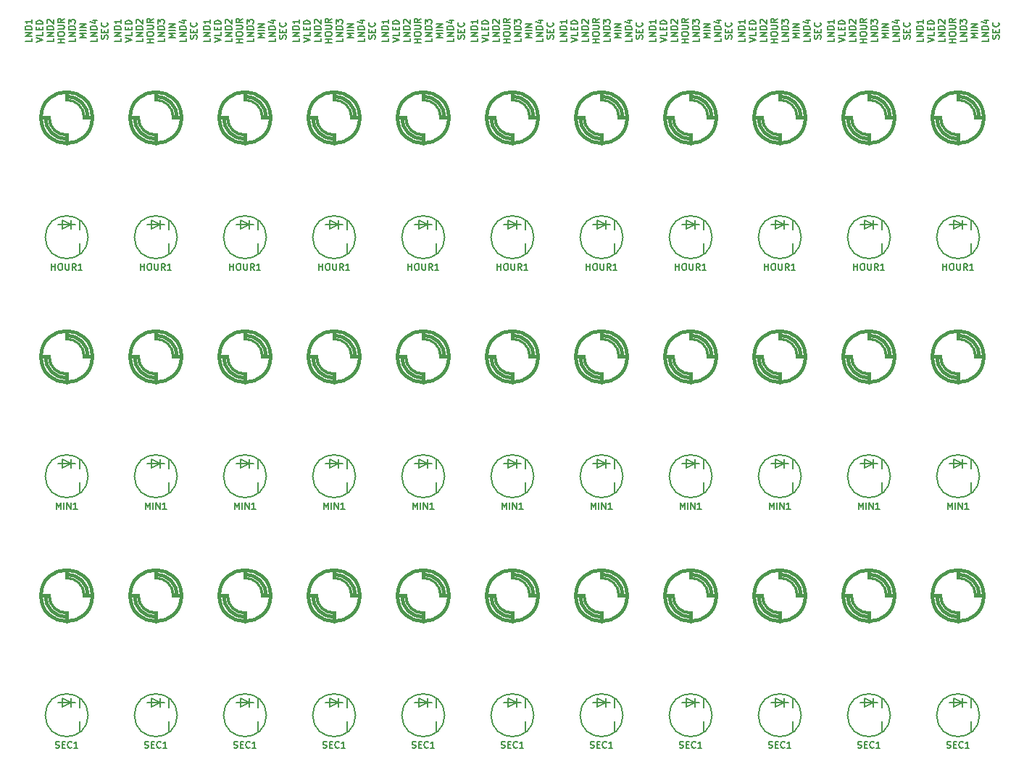
<source format=gto>
%FSLAX34Y34*%
G04 Gerber Fmt 3.4, Leading zero omitted, Abs format*
G04 (created by PCBNEW (2014-03-10 BZR 4741)-product) date 3/24/2014 1:58:16 PM*
%MOIN*%
G01*
G70*
G90*
G04 APERTURE LIST*
%ADD10C,0.006000*%
%ADD11C,0.008000*%
%ADD12C,0.015000*%
%ADD13C,0.068992*%
%ADD14R,0.084740X0.124110*%
%ADD15C,0.147732*%
G04 APERTURE END LIST*
G54D10*
G54D11*
X108140Y-62262D02*
X108140Y-63837D01*
X107746Y-62656D02*
X107746Y-62262D01*
X107353Y-62262D02*
X107353Y-62656D01*
X107353Y-62656D02*
X107746Y-62459D01*
X107746Y-62459D02*
X107353Y-62262D01*
X107156Y-62459D02*
X107943Y-62459D01*
X108534Y-63050D02*
G75*
G03X108534Y-63050I-984J0D01*
G74*
G01*
X108140Y-51262D02*
X108140Y-52837D01*
X107746Y-51656D02*
X107746Y-51262D01*
X107353Y-51262D02*
X107353Y-51656D01*
X107353Y-51656D02*
X107746Y-51459D01*
X107746Y-51459D02*
X107353Y-51262D01*
X107156Y-51459D02*
X107943Y-51459D01*
X108534Y-52050D02*
G75*
G03X108534Y-52050I-984J0D01*
G74*
G01*
X108140Y-40262D02*
X108140Y-41837D01*
X107746Y-40656D02*
X107746Y-40262D01*
X107353Y-40262D02*
X107353Y-40656D01*
X107353Y-40656D02*
X107746Y-40459D01*
X107746Y-40459D02*
X107353Y-40262D01*
X107156Y-40459D02*
X107943Y-40459D01*
X108534Y-41050D02*
G75*
G03X108534Y-41050I-984J0D01*
G74*
G01*
G54D12*
X106565Y-57550D02*
G75*
G03X107550Y-58534I984J0D01*
G74*
G01*
X106762Y-57550D02*
G75*
G03X107550Y-58337I787J0D01*
G74*
G01*
X106959Y-57550D02*
G75*
G03X107550Y-58140I590J0D01*
G74*
G01*
X107156Y-57550D02*
G75*
G03X107550Y-57943I393J0D01*
G74*
G01*
X107353Y-57550D02*
G75*
G03X107550Y-57746I196J0D01*
G74*
G01*
X108534Y-57550D02*
G75*
G03X107550Y-56565I-984J0D01*
G74*
G01*
X108337Y-57550D02*
G75*
G03X107550Y-56762I-787J0D01*
G74*
G01*
X108140Y-57550D02*
G75*
G03X107550Y-56959I-590J0D01*
G74*
G01*
X107943Y-57550D02*
G75*
G03X107550Y-57156I-393J0D01*
G74*
G01*
X107746Y-57550D02*
G75*
G03X107550Y-57353I-196J0D01*
G74*
G01*
X107550Y-57550D02*
X107550Y-58731D01*
X107550Y-57550D02*
X106368Y-57550D01*
X107550Y-57550D02*
X108731Y-57550D01*
X107550Y-57550D02*
X107550Y-56368D01*
X108731Y-57550D02*
G75*
G03X108731Y-57550I-1181J0D01*
G74*
G01*
X106565Y-46550D02*
G75*
G03X107550Y-47534I984J0D01*
G74*
G01*
X106762Y-46550D02*
G75*
G03X107550Y-47337I787J0D01*
G74*
G01*
X106959Y-46550D02*
G75*
G03X107550Y-47140I590J0D01*
G74*
G01*
X107156Y-46550D02*
G75*
G03X107550Y-46943I393J0D01*
G74*
G01*
X107353Y-46550D02*
G75*
G03X107550Y-46746I196J0D01*
G74*
G01*
X108534Y-46550D02*
G75*
G03X107550Y-45565I-984J0D01*
G74*
G01*
X108337Y-46550D02*
G75*
G03X107550Y-45762I-787J0D01*
G74*
G01*
X108140Y-46550D02*
G75*
G03X107550Y-45959I-590J0D01*
G74*
G01*
X107943Y-46550D02*
G75*
G03X107550Y-46156I-393J0D01*
G74*
G01*
X107746Y-46550D02*
G75*
G03X107550Y-46353I-196J0D01*
G74*
G01*
X107550Y-46550D02*
X107550Y-47731D01*
X107550Y-46550D02*
X106368Y-46550D01*
X107550Y-46550D02*
X108731Y-46550D01*
X107550Y-46550D02*
X107550Y-45368D01*
X108731Y-46550D02*
G75*
G03X108731Y-46550I-1181J0D01*
G74*
G01*
X106565Y-35550D02*
G75*
G03X107550Y-36534I984J0D01*
G74*
G01*
X106762Y-35550D02*
G75*
G03X107550Y-36337I787J0D01*
G74*
G01*
X106959Y-35550D02*
G75*
G03X107550Y-36140I590J0D01*
G74*
G01*
X107156Y-35550D02*
G75*
G03X107550Y-35943I393J0D01*
G74*
G01*
X107353Y-35550D02*
G75*
G03X107550Y-35746I196J0D01*
G74*
G01*
X108534Y-35550D02*
G75*
G03X107550Y-34565I-984J0D01*
G74*
G01*
X108337Y-35550D02*
G75*
G03X107550Y-34762I-787J0D01*
G74*
G01*
X108140Y-35550D02*
G75*
G03X107550Y-34959I-590J0D01*
G74*
G01*
X107943Y-35550D02*
G75*
G03X107550Y-35156I-393J0D01*
G74*
G01*
X107746Y-35550D02*
G75*
G03X107550Y-35353I-196J0D01*
G74*
G01*
X107550Y-35550D02*
X107550Y-36731D01*
X107550Y-35550D02*
X106368Y-35550D01*
X107550Y-35550D02*
X108731Y-35550D01*
X107550Y-35550D02*
X107550Y-34368D01*
X108731Y-35550D02*
G75*
G03X108731Y-35550I-1181J0D01*
G74*
G01*
G54D11*
X104040Y-62262D02*
X104040Y-63837D01*
X103646Y-62656D02*
X103646Y-62262D01*
X103253Y-62262D02*
X103253Y-62656D01*
X103253Y-62656D02*
X103646Y-62459D01*
X103646Y-62459D02*
X103253Y-62262D01*
X103056Y-62459D02*
X103843Y-62459D01*
X104434Y-63050D02*
G75*
G03X104434Y-63050I-984J0D01*
G74*
G01*
X104040Y-51262D02*
X104040Y-52837D01*
X103646Y-51656D02*
X103646Y-51262D01*
X103253Y-51262D02*
X103253Y-51656D01*
X103253Y-51656D02*
X103646Y-51459D01*
X103646Y-51459D02*
X103253Y-51262D01*
X103056Y-51459D02*
X103843Y-51459D01*
X104434Y-52050D02*
G75*
G03X104434Y-52050I-984J0D01*
G74*
G01*
X104040Y-40262D02*
X104040Y-41837D01*
X103646Y-40656D02*
X103646Y-40262D01*
X103253Y-40262D02*
X103253Y-40656D01*
X103253Y-40656D02*
X103646Y-40459D01*
X103646Y-40459D02*
X103253Y-40262D01*
X103056Y-40459D02*
X103843Y-40459D01*
X104434Y-41050D02*
G75*
G03X104434Y-41050I-984J0D01*
G74*
G01*
G54D12*
X102465Y-57550D02*
G75*
G03X103450Y-58534I984J0D01*
G74*
G01*
X102662Y-57550D02*
G75*
G03X103450Y-58337I787J0D01*
G74*
G01*
X102859Y-57550D02*
G75*
G03X103450Y-58140I590J0D01*
G74*
G01*
X103056Y-57550D02*
G75*
G03X103450Y-57943I393J0D01*
G74*
G01*
X103253Y-57550D02*
G75*
G03X103450Y-57746I196J0D01*
G74*
G01*
X104434Y-57550D02*
G75*
G03X103450Y-56565I-984J0D01*
G74*
G01*
X104237Y-57550D02*
G75*
G03X103450Y-56762I-787J0D01*
G74*
G01*
X104040Y-57550D02*
G75*
G03X103450Y-56959I-590J0D01*
G74*
G01*
X103843Y-57550D02*
G75*
G03X103450Y-57156I-393J0D01*
G74*
G01*
X103646Y-57550D02*
G75*
G03X103450Y-57353I-196J0D01*
G74*
G01*
X103450Y-57550D02*
X103450Y-58731D01*
X103450Y-57550D02*
X102268Y-57550D01*
X103450Y-57550D02*
X104631Y-57550D01*
X103450Y-57550D02*
X103450Y-56368D01*
X104631Y-57550D02*
G75*
G03X104631Y-57550I-1181J0D01*
G74*
G01*
X102465Y-46550D02*
G75*
G03X103450Y-47534I984J0D01*
G74*
G01*
X102662Y-46550D02*
G75*
G03X103450Y-47337I787J0D01*
G74*
G01*
X102859Y-46550D02*
G75*
G03X103450Y-47140I590J0D01*
G74*
G01*
X103056Y-46550D02*
G75*
G03X103450Y-46943I393J0D01*
G74*
G01*
X103253Y-46550D02*
G75*
G03X103450Y-46746I196J0D01*
G74*
G01*
X104434Y-46550D02*
G75*
G03X103450Y-45565I-984J0D01*
G74*
G01*
X104237Y-46550D02*
G75*
G03X103450Y-45762I-787J0D01*
G74*
G01*
X104040Y-46550D02*
G75*
G03X103450Y-45959I-590J0D01*
G74*
G01*
X103843Y-46550D02*
G75*
G03X103450Y-46156I-393J0D01*
G74*
G01*
X103646Y-46550D02*
G75*
G03X103450Y-46353I-196J0D01*
G74*
G01*
X103450Y-46550D02*
X103450Y-47731D01*
X103450Y-46550D02*
X102268Y-46550D01*
X103450Y-46550D02*
X104631Y-46550D01*
X103450Y-46550D02*
X103450Y-45368D01*
X104631Y-46550D02*
G75*
G03X104631Y-46550I-1181J0D01*
G74*
G01*
X102465Y-35550D02*
G75*
G03X103450Y-36534I984J0D01*
G74*
G01*
X102662Y-35550D02*
G75*
G03X103450Y-36337I787J0D01*
G74*
G01*
X102859Y-35550D02*
G75*
G03X103450Y-36140I590J0D01*
G74*
G01*
X103056Y-35550D02*
G75*
G03X103450Y-35943I393J0D01*
G74*
G01*
X103253Y-35550D02*
G75*
G03X103450Y-35746I196J0D01*
G74*
G01*
X104434Y-35550D02*
G75*
G03X103450Y-34565I-984J0D01*
G74*
G01*
X104237Y-35550D02*
G75*
G03X103450Y-34762I-787J0D01*
G74*
G01*
X104040Y-35550D02*
G75*
G03X103450Y-34959I-590J0D01*
G74*
G01*
X103843Y-35550D02*
G75*
G03X103450Y-35156I-393J0D01*
G74*
G01*
X103646Y-35550D02*
G75*
G03X103450Y-35353I-196J0D01*
G74*
G01*
X103450Y-35550D02*
X103450Y-36731D01*
X103450Y-35550D02*
X102268Y-35550D01*
X103450Y-35550D02*
X104631Y-35550D01*
X103450Y-35550D02*
X103450Y-34368D01*
X104631Y-35550D02*
G75*
G03X104631Y-35550I-1181J0D01*
G74*
G01*
X86065Y-35550D02*
G75*
G03X87050Y-36534I984J0D01*
G74*
G01*
X86262Y-35550D02*
G75*
G03X87050Y-36337I787J0D01*
G74*
G01*
X86459Y-35550D02*
G75*
G03X87050Y-36140I590J0D01*
G74*
G01*
X86656Y-35550D02*
G75*
G03X87050Y-35943I393J0D01*
G74*
G01*
X86853Y-35550D02*
G75*
G03X87050Y-35746I196J0D01*
G74*
G01*
X88034Y-35550D02*
G75*
G03X87050Y-34565I-984J0D01*
G74*
G01*
X87837Y-35550D02*
G75*
G03X87050Y-34762I-787J0D01*
G74*
G01*
X87640Y-35550D02*
G75*
G03X87050Y-34959I-590J0D01*
G74*
G01*
X87443Y-35550D02*
G75*
G03X87050Y-35156I-393J0D01*
G74*
G01*
X87246Y-35550D02*
G75*
G03X87050Y-35353I-196J0D01*
G74*
G01*
X87050Y-35550D02*
X87050Y-36731D01*
X87050Y-35550D02*
X85868Y-35550D01*
X87050Y-35550D02*
X88231Y-35550D01*
X87050Y-35550D02*
X87050Y-34368D01*
X88231Y-35550D02*
G75*
G03X88231Y-35550I-1181J0D01*
G74*
G01*
X86065Y-46550D02*
G75*
G03X87050Y-47534I984J0D01*
G74*
G01*
X86262Y-46550D02*
G75*
G03X87050Y-47337I787J0D01*
G74*
G01*
X86459Y-46550D02*
G75*
G03X87050Y-47140I590J0D01*
G74*
G01*
X86656Y-46550D02*
G75*
G03X87050Y-46943I393J0D01*
G74*
G01*
X86853Y-46550D02*
G75*
G03X87050Y-46746I196J0D01*
G74*
G01*
X88034Y-46550D02*
G75*
G03X87050Y-45565I-984J0D01*
G74*
G01*
X87837Y-46550D02*
G75*
G03X87050Y-45762I-787J0D01*
G74*
G01*
X87640Y-46550D02*
G75*
G03X87050Y-45959I-590J0D01*
G74*
G01*
X87443Y-46550D02*
G75*
G03X87050Y-46156I-393J0D01*
G74*
G01*
X87246Y-46550D02*
G75*
G03X87050Y-46353I-196J0D01*
G74*
G01*
X87050Y-46550D02*
X87050Y-47731D01*
X87050Y-46550D02*
X85868Y-46550D01*
X87050Y-46550D02*
X88231Y-46550D01*
X87050Y-46550D02*
X87050Y-45368D01*
X88231Y-46550D02*
G75*
G03X88231Y-46550I-1181J0D01*
G74*
G01*
X86065Y-57550D02*
G75*
G03X87050Y-58534I984J0D01*
G74*
G01*
X86262Y-57550D02*
G75*
G03X87050Y-58337I787J0D01*
G74*
G01*
X86459Y-57550D02*
G75*
G03X87050Y-58140I590J0D01*
G74*
G01*
X86656Y-57550D02*
G75*
G03X87050Y-57943I393J0D01*
G74*
G01*
X86853Y-57550D02*
G75*
G03X87050Y-57746I196J0D01*
G74*
G01*
X88034Y-57550D02*
G75*
G03X87050Y-56565I-984J0D01*
G74*
G01*
X87837Y-57550D02*
G75*
G03X87050Y-56762I-787J0D01*
G74*
G01*
X87640Y-57550D02*
G75*
G03X87050Y-56959I-590J0D01*
G74*
G01*
X87443Y-57550D02*
G75*
G03X87050Y-57156I-393J0D01*
G74*
G01*
X87246Y-57550D02*
G75*
G03X87050Y-57353I-196J0D01*
G74*
G01*
X87050Y-57550D02*
X87050Y-58731D01*
X87050Y-57550D02*
X85868Y-57550D01*
X87050Y-57550D02*
X88231Y-57550D01*
X87050Y-57550D02*
X87050Y-56368D01*
X88231Y-57550D02*
G75*
G03X88231Y-57550I-1181J0D01*
G74*
G01*
G54D11*
X87640Y-40262D02*
X87640Y-41837D01*
X87246Y-40656D02*
X87246Y-40262D01*
X86853Y-40262D02*
X86853Y-40656D01*
X86853Y-40656D02*
X87246Y-40459D01*
X87246Y-40459D02*
X86853Y-40262D01*
X86656Y-40459D02*
X87443Y-40459D01*
X88034Y-41050D02*
G75*
G03X88034Y-41050I-984J0D01*
G74*
G01*
X87640Y-51262D02*
X87640Y-52837D01*
X87246Y-51656D02*
X87246Y-51262D01*
X86853Y-51262D02*
X86853Y-51656D01*
X86853Y-51656D02*
X87246Y-51459D01*
X87246Y-51459D02*
X86853Y-51262D01*
X86656Y-51459D02*
X87443Y-51459D01*
X88034Y-52050D02*
G75*
G03X88034Y-52050I-984J0D01*
G74*
G01*
X87640Y-62262D02*
X87640Y-63837D01*
X87246Y-62656D02*
X87246Y-62262D01*
X86853Y-62262D02*
X86853Y-62656D01*
X86853Y-62656D02*
X87246Y-62459D01*
X87246Y-62459D02*
X86853Y-62262D01*
X86656Y-62459D02*
X87443Y-62459D01*
X88034Y-63050D02*
G75*
G03X88034Y-63050I-984J0D01*
G74*
G01*
X91740Y-62262D02*
X91740Y-63837D01*
X91346Y-62656D02*
X91346Y-62262D01*
X90953Y-62262D02*
X90953Y-62656D01*
X90953Y-62656D02*
X91346Y-62459D01*
X91346Y-62459D02*
X90953Y-62262D01*
X90756Y-62459D02*
X91543Y-62459D01*
X92134Y-63050D02*
G75*
G03X92134Y-63050I-984J0D01*
G74*
G01*
X91740Y-51262D02*
X91740Y-52837D01*
X91346Y-51656D02*
X91346Y-51262D01*
X90953Y-51262D02*
X90953Y-51656D01*
X90953Y-51656D02*
X91346Y-51459D01*
X91346Y-51459D02*
X90953Y-51262D01*
X90756Y-51459D02*
X91543Y-51459D01*
X92134Y-52050D02*
G75*
G03X92134Y-52050I-984J0D01*
G74*
G01*
X91740Y-40262D02*
X91740Y-41837D01*
X91346Y-40656D02*
X91346Y-40262D01*
X90953Y-40262D02*
X90953Y-40656D01*
X90953Y-40656D02*
X91346Y-40459D01*
X91346Y-40459D02*
X90953Y-40262D01*
X90756Y-40459D02*
X91543Y-40459D01*
X92134Y-41050D02*
G75*
G03X92134Y-41050I-984J0D01*
G74*
G01*
G54D12*
X90165Y-57550D02*
G75*
G03X91150Y-58534I984J0D01*
G74*
G01*
X90362Y-57550D02*
G75*
G03X91150Y-58337I787J0D01*
G74*
G01*
X90559Y-57550D02*
G75*
G03X91150Y-58140I590J0D01*
G74*
G01*
X90756Y-57550D02*
G75*
G03X91150Y-57943I393J0D01*
G74*
G01*
X90953Y-57550D02*
G75*
G03X91150Y-57746I196J0D01*
G74*
G01*
X92134Y-57550D02*
G75*
G03X91150Y-56565I-984J0D01*
G74*
G01*
X91937Y-57550D02*
G75*
G03X91150Y-56762I-787J0D01*
G74*
G01*
X91740Y-57550D02*
G75*
G03X91150Y-56959I-590J0D01*
G74*
G01*
X91543Y-57550D02*
G75*
G03X91150Y-57156I-393J0D01*
G74*
G01*
X91346Y-57550D02*
G75*
G03X91150Y-57353I-196J0D01*
G74*
G01*
X91150Y-57550D02*
X91150Y-58731D01*
X91150Y-57550D02*
X89968Y-57550D01*
X91150Y-57550D02*
X92331Y-57550D01*
X91150Y-57550D02*
X91150Y-56368D01*
X92331Y-57550D02*
G75*
G03X92331Y-57550I-1181J0D01*
G74*
G01*
X90165Y-46550D02*
G75*
G03X91150Y-47534I984J0D01*
G74*
G01*
X90362Y-46550D02*
G75*
G03X91150Y-47337I787J0D01*
G74*
G01*
X90559Y-46550D02*
G75*
G03X91150Y-47140I590J0D01*
G74*
G01*
X90756Y-46550D02*
G75*
G03X91150Y-46943I393J0D01*
G74*
G01*
X90953Y-46550D02*
G75*
G03X91150Y-46746I196J0D01*
G74*
G01*
X92134Y-46550D02*
G75*
G03X91150Y-45565I-984J0D01*
G74*
G01*
X91937Y-46550D02*
G75*
G03X91150Y-45762I-787J0D01*
G74*
G01*
X91740Y-46550D02*
G75*
G03X91150Y-45959I-590J0D01*
G74*
G01*
X91543Y-46550D02*
G75*
G03X91150Y-46156I-393J0D01*
G74*
G01*
X91346Y-46550D02*
G75*
G03X91150Y-46353I-196J0D01*
G74*
G01*
X91150Y-46550D02*
X91150Y-47731D01*
X91150Y-46550D02*
X89968Y-46550D01*
X91150Y-46550D02*
X92331Y-46550D01*
X91150Y-46550D02*
X91150Y-45368D01*
X92331Y-46550D02*
G75*
G03X92331Y-46550I-1181J0D01*
G74*
G01*
X90165Y-35550D02*
G75*
G03X91150Y-36534I984J0D01*
G74*
G01*
X90362Y-35550D02*
G75*
G03X91150Y-36337I787J0D01*
G74*
G01*
X90559Y-35550D02*
G75*
G03X91150Y-36140I590J0D01*
G74*
G01*
X90756Y-35550D02*
G75*
G03X91150Y-35943I393J0D01*
G74*
G01*
X90953Y-35550D02*
G75*
G03X91150Y-35746I196J0D01*
G74*
G01*
X92134Y-35550D02*
G75*
G03X91150Y-34565I-984J0D01*
G74*
G01*
X91937Y-35550D02*
G75*
G03X91150Y-34762I-787J0D01*
G74*
G01*
X91740Y-35550D02*
G75*
G03X91150Y-34959I-590J0D01*
G74*
G01*
X91543Y-35550D02*
G75*
G03X91150Y-35156I-393J0D01*
G74*
G01*
X91346Y-35550D02*
G75*
G03X91150Y-35353I-196J0D01*
G74*
G01*
X91150Y-35550D02*
X91150Y-36731D01*
X91150Y-35550D02*
X89968Y-35550D01*
X91150Y-35550D02*
X92331Y-35550D01*
X91150Y-35550D02*
X91150Y-34368D01*
X92331Y-35550D02*
G75*
G03X92331Y-35550I-1181J0D01*
G74*
G01*
X98365Y-35550D02*
G75*
G03X99350Y-36534I984J0D01*
G74*
G01*
X98562Y-35550D02*
G75*
G03X99350Y-36337I787J0D01*
G74*
G01*
X98759Y-35550D02*
G75*
G03X99350Y-36140I590J0D01*
G74*
G01*
X98956Y-35550D02*
G75*
G03X99350Y-35943I393J0D01*
G74*
G01*
X99153Y-35550D02*
G75*
G03X99350Y-35746I196J0D01*
G74*
G01*
X100334Y-35550D02*
G75*
G03X99350Y-34565I-984J0D01*
G74*
G01*
X100137Y-35550D02*
G75*
G03X99350Y-34762I-787J0D01*
G74*
G01*
X99940Y-35550D02*
G75*
G03X99350Y-34959I-590J0D01*
G74*
G01*
X99743Y-35550D02*
G75*
G03X99350Y-35156I-393J0D01*
G74*
G01*
X99546Y-35550D02*
G75*
G03X99350Y-35353I-196J0D01*
G74*
G01*
X99350Y-35550D02*
X99350Y-36731D01*
X99350Y-35550D02*
X98168Y-35550D01*
X99350Y-35550D02*
X100531Y-35550D01*
X99350Y-35550D02*
X99350Y-34368D01*
X100531Y-35550D02*
G75*
G03X100531Y-35550I-1181J0D01*
G74*
G01*
X98365Y-46550D02*
G75*
G03X99350Y-47534I984J0D01*
G74*
G01*
X98562Y-46550D02*
G75*
G03X99350Y-47337I787J0D01*
G74*
G01*
X98759Y-46550D02*
G75*
G03X99350Y-47140I590J0D01*
G74*
G01*
X98956Y-46550D02*
G75*
G03X99350Y-46943I393J0D01*
G74*
G01*
X99153Y-46550D02*
G75*
G03X99350Y-46746I196J0D01*
G74*
G01*
X100334Y-46550D02*
G75*
G03X99350Y-45565I-984J0D01*
G74*
G01*
X100137Y-46550D02*
G75*
G03X99350Y-45762I-787J0D01*
G74*
G01*
X99940Y-46550D02*
G75*
G03X99350Y-45959I-590J0D01*
G74*
G01*
X99743Y-46550D02*
G75*
G03X99350Y-46156I-393J0D01*
G74*
G01*
X99546Y-46550D02*
G75*
G03X99350Y-46353I-196J0D01*
G74*
G01*
X99350Y-46550D02*
X99350Y-47731D01*
X99350Y-46550D02*
X98168Y-46550D01*
X99350Y-46550D02*
X100531Y-46550D01*
X99350Y-46550D02*
X99350Y-45368D01*
X100531Y-46550D02*
G75*
G03X100531Y-46550I-1181J0D01*
G74*
G01*
X98365Y-57550D02*
G75*
G03X99350Y-58534I984J0D01*
G74*
G01*
X98562Y-57550D02*
G75*
G03X99350Y-58337I787J0D01*
G74*
G01*
X98759Y-57550D02*
G75*
G03X99350Y-58140I590J0D01*
G74*
G01*
X98956Y-57550D02*
G75*
G03X99350Y-57943I393J0D01*
G74*
G01*
X99153Y-57550D02*
G75*
G03X99350Y-57746I196J0D01*
G74*
G01*
X100334Y-57550D02*
G75*
G03X99350Y-56565I-984J0D01*
G74*
G01*
X100137Y-57550D02*
G75*
G03X99350Y-56762I-787J0D01*
G74*
G01*
X99940Y-57550D02*
G75*
G03X99350Y-56959I-590J0D01*
G74*
G01*
X99743Y-57550D02*
G75*
G03X99350Y-57156I-393J0D01*
G74*
G01*
X99546Y-57550D02*
G75*
G03X99350Y-57353I-196J0D01*
G74*
G01*
X99350Y-57550D02*
X99350Y-58731D01*
X99350Y-57550D02*
X98168Y-57550D01*
X99350Y-57550D02*
X100531Y-57550D01*
X99350Y-57550D02*
X99350Y-56368D01*
X100531Y-57550D02*
G75*
G03X100531Y-57550I-1181J0D01*
G74*
G01*
G54D11*
X99940Y-40262D02*
X99940Y-41837D01*
X99546Y-40656D02*
X99546Y-40262D01*
X99153Y-40262D02*
X99153Y-40656D01*
X99153Y-40656D02*
X99546Y-40459D01*
X99546Y-40459D02*
X99153Y-40262D01*
X98956Y-40459D02*
X99743Y-40459D01*
X100334Y-41050D02*
G75*
G03X100334Y-41050I-984J0D01*
G74*
G01*
X99940Y-51262D02*
X99940Y-52837D01*
X99546Y-51656D02*
X99546Y-51262D01*
X99153Y-51262D02*
X99153Y-51656D01*
X99153Y-51656D02*
X99546Y-51459D01*
X99546Y-51459D02*
X99153Y-51262D01*
X98956Y-51459D02*
X99743Y-51459D01*
X100334Y-52050D02*
G75*
G03X100334Y-52050I-984J0D01*
G74*
G01*
X99940Y-62262D02*
X99940Y-63837D01*
X99546Y-62656D02*
X99546Y-62262D01*
X99153Y-62262D02*
X99153Y-62656D01*
X99153Y-62656D02*
X99546Y-62459D01*
X99546Y-62459D02*
X99153Y-62262D01*
X98956Y-62459D02*
X99743Y-62459D01*
X100334Y-63050D02*
G75*
G03X100334Y-63050I-984J0D01*
G74*
G01*
X95840Y-62262D02*
X95840Y-63837D01*
X95446Y-62656D02*
X95446Y-62262D01*
X95053Y-62262D02*
X95053Y-62656D01*
X95053Y-62656D02*
X95446Y-62459D01*
X95446Y-62459D02*
X95053Y-62262D01*
X94856Y-62459D02*
X95643Y-62459D01*
X96234Y-63050D02*
G75*
G03X96234Y-63050I-984J0D01*
G74*
G01*
X95840Y-51262D02*
X95840Y-52837D01*
X95446Y-51656D02*
X95446Y-51262D01*
X95053Y-51262D02*
X95053Y-51656D01*
X95053Y-51656D02*
X95446Y-51459D01*
X95446Y-51459D02*
X95053Y-51262D01*
X94856Y-51459D02*
X95643Y-51459D01*
X96234Y-52050D02*
G75*
G03X96234Y-52050I-984J0D01*
G74*
G01*
X95840Y-40262D02*
X95840Y-41837D01*
X95446Y-40656D02*
X95446Y-40262D01*
X95053Y-40262D02*
X95053Y-40656D01*
X95053Y-40656D02*
X95446Y-40459D01*
X95446Y-40459D02*
X95053Y-40262D01*
X94856Y-40459D02*
X95643Y-40459D01*
X96234Y-41050D02*
G75*
G03X96234Y-41050I-984J0D01*
G74*
G01*
G54D12*
X94265Y-57550D02*
G75*
G03X95250Y-58534I984J0D01*
G74*
G01*
X94462Y-57550D02*
G75*
G03X95250Y-58337I787J0D01*
G74*
G01*
X94659Y-57550D02*
G75*
G03X95250Y-58140I590J0D01*
G74*
G01*
X94856Y-57550D02*
G75*
G03X95250Y-57943I393J0D01*
G74*
G01*
X95053Y-57550D02*
G75*
G03X95250Y-57746I196J0D01*
G74*
G01*
X96234Y-57550D02*
G75*
G03X95250Y-56565I-984J0D01*
G74*
G01*
X96037Y-57550D02*
G75*
G03X95250Y-56762I-787J0D01*
G74*
G01*
X95840Y-57550D02*
G75*
G03X95250Y-56959I-590J0D01*
G74*
G01*
X95643Y-57550D02*
G75*
G03X95250Y-57156I-393J0D01*
G74*
G01*
X95446Y-57550D02*
G75*
G03X95250Y-57353I-196J0D01*
G74*
G01*
X95250Y-57550D02*
X95250Y-58731D01*
X95250Y-57550D02*
X94068Y-57550D01*
X95250Y-57550D02*
X96431Y-57550D01*
X95250Y-57550D02*
X95250Y-56368D01*
X96431Y-57550D02*
G75*
G03X96431Y-57550I-1181J0D01*
G74*
G01*
X94265Y-46550D02*
G75*
G03X95250Y-47534I984J0D01*
G74*
G01*
X94462Y-46550D02*
G75*
G03X95250Y-47337I787J0D01*
G74*
G01*
X94659Y-46550D02*
G75*
G03X95250Y-47140I590J0D01*
G74*
G01*
X94856Y-46550D02*
G75*
G03X95250Y-46943I393J0D01*
G74*
G01*
X95053Y-46550D02*
G75*
G03X95250Y-46746I196J0D01*
G74*
G01*
X96234Y-46550D02*
G75*
G03X95250Y-45565I-984J0D01*
G74*
G01*
X96037Y-46550D02*
G75*
G03X95250Y-45762I-787J0D01*
G74*
G01*
X95840Y-46550D02*
G75*
G03X95250Y-45959I-590J0D01*
G74*
G01*
X95643Y-46550D02*
G75*
G03X95250Y-46156I-393J0D01*
G74*
G01*
X95446Y-46550D02*
G75*
G03X95250Y-46353I-196J0D01*
G74*
G01*
X95250Y-46550D02*
X95250Y-47731D01*
X95250Y-46550D02*
X94068Y-46550D01*
X95250Y-46550D02*
X96431Y-46550D01*
X95250Y-46550D02*
X95250Y-45368D01*
X96431Y-46550D02*
G75*
G03X96431Y-46550I-1181J0D01*
G74*
G01*
X94265Y-35550D02*
G75*
G03X95250Y-36534I984J0D01*
G74*
G01*
X94462Y-35550D02*
G75*
G03X95250Y-36337I787J0D01*
G74*
G01*
X94659Y-35550D02*
G75*
G03X95250Y-36140I590J0D01*
G74*
G01*
X94856Y-35550D02*
G75*
G03X95250Y-35943I393J0D01*
G74*
G01*
X95053Y-35550D02*
G75*
G03X95250Y-35746I196J0D01*
G74*
G01*
X96234Y-35550D02*
G75*
G03X95250Y-34565I-984J0D01*
G74*
G01*
X96037Y-35550D02*
G75*
G03X95250Y-34762I-787J0D01*
G74*
G01*
X95840Y-35550D02*
G75*
G03X95250Y-34959I-590J0D01*
G74*
G01*
X95643Y-35550D02*
G75*
G03X95250Y-35156I-393J0D01*
G74*
G01*
X95446Y-35550D02*
G75*
G03X95250Y-35353I-196J0D01*
G74*
G01*
X95250Y-35550D02*
X95250Y-36731D01*
X95250Y-35550D02*
X94068Y-35550D01*
X95250Y-35550D02*
X96431Y-35550D01*
X95250Y-35550D02*
X95250Y-34368D01*
X96431Y-35550D02*
G75*
G03X96431Y-35550I-1181J0D01*
G74*
G01*
X77865Y-35550D02*
G75*
G03X78850Y-36534I984J0D01*
G74*
G01*
X78062Y-35550D02*
G75*
G03X78850Y-36337I787J0D01*
G74*
G01*
X78259Y-35550D02*
G75*
G03X78850Y-36140I590J0D01*
G74*
G01*
X78456Y-35550D02*
G75*
G03X78850Y-35943I393J0D01*
G74*
G01*
X78653Y-35550D02*
G75*
G03X78850Y-35746I196J0D01*
G74*
G01*
X79834Y-35550D02*
G75*
G03X78850Y-34565I-984J0D01*
G74*
G01*
X79637Y-35550D02*
G75*
G03X78850Y-34762I-787J0D01*
G74*
G01*
X79440Y-35550D02*
G75*
G03X78850Y-34959I-590J0D01*
G74*
G01*
X79243Y-35550D02*
G75*
G03X78850Y-35156I-393J0D01*
G74*
G01*
X79046Y-35550D02*
G75*
G03X78850Y-35353I-196J0D01*
G74*
G01*
X78850Y-35550D02*
X78850Y-36731D01*
X78850Y-35550D02*
X77668Y-35550D01*
X78850Y-35550D02*
X80031Y-35550D01*
X78850Y-35550D02*
X78850Y-34368D01*
X80031Y-35550D02*
G75*
G03X80031Y-35550I-1181J0D01*
G74*
G01*
X77865Y-46550D02*
G75*
G03X78850Y-47534I984J0D01*
G74*
G01*
X78062Y-46550D02*
G75*
G03X78850Y-47337I787J0D01*
G74*
G01*
X78259Y-46550D02*
G75*
G03X78850Y-47140I590J0D01*
G74*
G01*
X78456Y-46550D02*
G75*
G03X78850Y-46943I393J0D01*
G74*
G01*
X78653Y-46550D02*
G75*
G03X78850Y-46746I196J0D01*
G74*
G01*
X79834Y-46550D02*
G75*
G03X78850Y-45565I-984J0D01*
G74*
G01*
X79637Y-46550D02*
G75*
G03X78850Y-45762I-787J0D01*
G74*
G01*
X79440Y-46550D02*
G75*
G03X78850Y-45959I-590J0D01*
G74*
G01*
X79243Y-46550D02*
G75*
G03X78850Y-46156I-393J0D01*
G74*
G01*
X79046Y-46550D02*
G75*
G03X78850Y-46353I-196J0D01*
G74*
G01*
X78850Y-46550D02*
X78850Y-47731D01*
X78850Y-46550D02*
X77668Y-46550D01*
X78850Y-46550D02*
X80031Y-46550D01*
X78850Y-46550D02*
X78850Y-45368D01*
X80031Y-46550D02*
G75*
G03X80031Y-46550I-1181J0D01*
G74*
G01*
X77865Y-57550D02*
G75*
G03X78850Y-58534I984J0D01*
G74*
G01*
X78062Y-57550D02*
G75*
G03X78850Y-58337I787J0D01*
G74*
G01*
X78259Y-57550D02*
G75*
G03X78850Y-58140I590J0D01*
G74*
G01*
X78456Y-57550D02*
G75*
G03X78850Y-57943I393J0D01*
G74*
G01*
X78653Y-57550D02*
G75*
G03X78850Y-57746I196J0D01*
G74*
G01*
X79834Y-57550D02*
G75*
G03X78850Y-56565I-984J0D01*
G74*
G01*
X79637Y-57550D02*
G75*
G03X78850Y-56762I-787J0D01*
G74*
G01*
X79440Y-57550D02*
G75*
G03X78850Y-56959I-590J0D01*
G74*
G01*
X79243Y-57550D02*
G75*
G03X78850Y-57156I-393J0D01*
G74*
G01*
X79046Y-57550D02*
G75*
G03X78850Y-57353I-196J0D01*
G74*
G01*
X78850Y-57550D02*
X78850Y-58731D01*
X78850Y-57550D02*
X77668Y-57550D01*
X78850Y-57550D02*
X80031Y-57550D01*
X78850Y-57550D02*
X78850Y-56368D01*
X80031Y-57550D02*
G75*
G03X80031Y-57550I-1181J0D01*
G74*
G01*
G54D11*
X79440Y-40262D02*
X79440Y-41837D01*
X79046Y-40656D02*
X79046Y-40262D01*
X78653Y-40262D02*
X78653Y-40656D01*
X78653Y-40656D02*
X79046Y-40459D01*
X79046Y-40459D02*
X78653Y-40262D01*
X78456Y-40459D02*
X79243Y-40459D01*
X79834Y-41050D02*
G75*
G03X79834Y-41050I-984J0D01*
G74*
G01*
X79440Y-51262D02*
X79440Y-52837D01*
X79046Y-51656D02*
X79046Y-51262D01*
X78653Y-51262D02*
X78653Y-51656D01*
X78653Y-51656D02*
X79046Y-51459D01*
X79046Y-51459D02*
X78653Y-51262D01*
X78456Y-51459D02*
X79243Y-51459D01*
X79834Y-52050D02*
G75*
G03X79834Y-52050I-984J0D01*
G74*
G01*
X79440Y-62262D02*
X79440Y-63837D01*
X79046Y-62656D02*
X79046Y-62262D01*
X78653Y-62262D02*
X78653Y-62656D01*
X78653Y-62656D02*
X79046Y-62459D01*
X79046Y-62459D02*
X78653Y-62262D01*
X78456Y-62459D02*
X79243Y-62459D01*
X79834Y-63050D02*
G75*
G03X79834Y-63050I-984J0D01*
G74*
G01*
X83540Y-62262D02*
X83540Y-63837D01*
X83146Y-62656D02*
X83146Y-62262D01*
X82753Y-62262D02*
X82753Y-62656D01*
X82753Y-62656D02*
X83146Y-62459D01*
X83146Y-62459D02*
X82753Y-62262D01*
X82556Y-62459D02*
X83343Y-62459D01*
X83934Y-63050D02*
G75*
G03X83934Y-63050I-984J0D01*
G74*
G01*
X83540Y-51262D02*
X83540Y-52837D01*
X83146Y-51656D02*
X83146Y-51262D01*
X82753Y-51262D02*
X82753Y-51656D01*
X82753Y-51656D02*
X83146Y-51459D01*
X83146Y-51459D02*
X82753Y-51262D01*
X82556Y-51459D02*
X83343Y-51459D01*
X83934Y-52050D02*
G75*
G03X83934Y-52050I-984J0D01*
G74*
G01*
X83540Y-40262D02*
X83540Y-41837D01*
X83146Y-40656D02*
X83146Y-40262D01*
X82753Y-40262D02*
X82753Y-40656D01*
X82753Y-40656D02*
X83146Y-40459D01*
X83146Y-40459D02*
X82753Y-40262D01*
X82556Y-40459D02*
X83343Y-40459D01*
X83934Y-41050D02*
G75*
G03X83934Y-41050I-984J0D01*
G74*
G01*
G54D12*
X81965Y-57550D02*
G75*
G03X82950Y-58534I984J0D01*
G74*
G01*
X82162Y-57550D02*
G75*
G03X82950Y-58337I787J0D01*
G74*
G01*
X82359Y-57550D02*
G75*
G03X82950Y-58140I590J0D01*
G74*
G01*
X82556Y-57550D02*
G75*
G03X82950Y-57943I393J0D01*
G74*
G01*
X82753Y-57550D02*
G75*
G03X82950Y-57746I196J0D01*
G74*
G01*
X83934Y-57550D02*
G75*
G03X82950Y-56565I-984J0D01*
G74*
G01*
X83737Y-57550D02*
G75*
G03X82950Y-56762I-787J0D01*
G74*
G01*
X83540Y-57550D02*
G75*
G03X82950Y-56959I-590J0D01*
G74*
G01*
X83343Y-57550D02*
G75*
G03X82950Y-57156I-393J0D01*
G74*
G01*
X83146Y-57550D02*
G75*
G03X82950Y-57353I-196J0D01*
G74*
G01*
X82950Y-57550D02*
X82950Y-58731D01*
X82950Y-57550D02*
X81768Y-57550D01*
X82950Y-57550D02*
X84131Y-57550D01*
X82950Y-57550D02*
X82950Y-56368D01*
X84131Y-57550D02*
G75*
G03X84131Y-57550I-1181J0D01*
G74*
G01*
X81965Y-46550D02*
G75*
G03X82950Y-47534I984J0D01*
G74*
G01*
X82162Y-46550D02*
G75*
G03X82950Y-47337I787J0D01*
G74*
G01*
X82359Y-46550D02*
G75*
G03X82950Y-47140I590J0D01*
G74*
G01*
X82556Y-46550D02*
G75*
G03X82950Y-46943I393J0D01*
G74*
G01*
X82753Y-46550D02*
G75*
G03X82950Y-46746I196J0D01*
G74*
G01*
X83934Y-46550D02*
G75*
G03X82950Y-45565I-984J0D01*
G74*
G01*
X83737Y-46550D02*
G75*
G03X82950Y-45762I-787J0D01*
G74*
G01*
X83540Y-46550D02*
G75*
G03X82950Y-45959I-590J0D01*
G74*
G01*
X83343Y-46550D02*
G75*
G03X82950Y-46156I-393J0D01*
G74*
G01*
X83146Y-46550D02*
G75*
G03X82950Y-46353I-196J0D01*
G74*
G01*
X82950Y-46550D02*
X82950Y-47731D01*
X82950Y-46550D02*
X81768Y-46550D01*
X82950Y-46550D02*
X84131Y-46550D01*
X82950Y-46550D02*
X82950Y-45368D01*
X84131Y-46550D02*
G75*
G03X84131Y-46550I-1181J0D01*
G74*
G01*
X81965Y-35550D02*
G75*
G03X82950Y-36534I984J0D01*
G74*
G01*
X82162Y-35550D02*
G75*
G03X82950Y-36337I787J0D01*
G74*
G01*
X82359Y-35550D02*
G75*
G03X82950Y-36140I590J0D01*
G74*
G01*
X82556Y-35550D02*
G75*
G03X82950Y-35943I393J0D01*
G74*
G01*
X82753Y-35550D02*
G75*
G03X82950Y-35746I196J0D01*
G74*
G01*
X83934Y-35550D02*
G75*
G03X82950Y-34565I-984J0D01*
G74*
G01*
X83737Y-35550D02*
G75*
G03X82950Y-34762I-787J0D01*
G74*
G01*
X83540Y-35550D02*
G75*
G03X82950Y-34959I-590J0D01*
G74*
G01*
X83343Y-35550D02*
G75*
G03X82950Y-35156I-393J0D01*
G74*
G01*
X83146Y-35550D02*
G75*
G03X82950Y-35353I-196J0D01*
G74*
G01*
X82950Y-35550D02*
X82950Y-36731D01*
X82950Y-35550D02*
X81768Y-35550D01*
X82950Y-35550D02*
X84131Y-35550D01*
X82950Y-35550D02*
X82950Y-34368D01*
X84131Y-35550D02*
G75*
G03X84131Y-35550I-1181J0D01*
G74*
G01*
X73765Y-35550D02*
G75*
G03X74750Y-36534I984J0D01*
G74*
G01*
X73962Y-35550D02*
G75*
G03X74750Y-36337I787J0D01*
G74*
G01*
X74159Y-35550D02*
G75*
G03X74750Y-36140I590J0D01*
G74*
G01*
X74356Y-35550D02*
G75*
G03X74750Y-35943I393J0D01*
G74*
G01*
X74553Y-35550D02*
G75*
G03X74750Y-35746I196J0D01*
G74*
G01*
X75734Y-35550D02*
G75*
G03X74750Y-34565I-984J0D01*
G74*
G01*
X75537Y-35550D02*
G75*
G03X74750Y-34762I-787J0D01*
G74*
G01*
X75340Y-35550D02*
G75*
G03X74750Y-34959I-590J0D01*
G74*
G01*
X75143Y-35550D02*
G75*
G03X74750Y-35156I-393J0D01*
G74*
G01*
X74946Y-35550D02*
G75*
G03X74750Y-35353I-196J0D01*
G74*
G01*
X74750Y-35550D02*
X74750Y-36731D01*
X74750Y-35550D02*
X73568Y-35550D01*
X74750Y-35550D02*
X75931Y-35550D01*
X74750Y-35550D02*
X74750Y-34368D01*
X75931Y-35550D02*
G75*
G03X75931Y-35550I-1181J0D01*
G74*
G01*
X73765Y-46550D02*
G75*
G03X74750Y-47534I984J0D01*
G74*
G01*
X73962Y-46550D02*
G75*
G03X74750Y-47337I787J0D01*
G74*
G01*
X74159Y-46550D02*
G75*
G03X74750Y-47140I590J0D01*
G74*
G01*
X74356Y-46550D02*
G75*
G03X74750Y-46943I393J0D01*
G74*
G01*
X74553Y-46550D02*
G75*
G03X74750Y-46746I196J0D01*
G74*
G01*
X75734Y-46550D02*
G75*
G03X74750Y-45565I-984J0D01*
G74*
G01*
X75537Y-46550D02*
G75*
G03X74750Y-45762I-787J0D01*
G74*
G01*
X75340Y-46550D02*
G75*
G03X74750Y-45959I-590J0D01*
G74*
G01*
X75143Y-46550D02*
G75*
G03X74750Y-46156I-393J0D01*
G74*
G01*
X74946Y-46550D02*
G75*
G03X74750Y-46353I-196J0D01*
G74*
G01*
X74750Y-46550D02*
X74750Y-47731D01*
X74750Y-46550D02*
X73568Y-46550D01*
X74750Y-46550D02*
X75931Y-46550D01*
X74750Y-46550D02*
X74750Y-45368D01*
X75931Y-46550D02*
G75*
G03X75931Y-46550I-1181J0D01*
G74*
G01*
X73765Y-57550D02*
G75*
G03X74750Y-58534I984J0D01*
G74*
G01*
X73962Y-57550D02*
G75*
G03X74750Y-58337I787J0D01*
G74*
G01*
X74159Y-57550D02*
G75*
G03X74750Y-58140I590J0D01*
G74*
G01*
X74356Y-57550D02*
G75*
G03X74750Y-57943I393J0D01*
G74*
G01*
X74553Y-57550D02*
G75*
G03X74750Y-57746I196J0D01*
G74*
G01*
X75734Y-57550D02*
G75*
G03X74750Y-56565I-984J0D01*
G74*
G01*
X75537Y-57550D02*
G75*
G03X74750Y-56762I-787J0D01*
G74*
G01*
X75340Y-57550D02*
G75*
G03X74750Y-56959I-590J0D01*
G74*
G01*
X75143Y-57550D02*
G75*
G03X74750Y-57156I-393J0D01*
G74*
G01*
X74946Y-57550D02*
G75*
G03X74750Y-57353I-196J0D01*
G74*
G01*
X74750Y-57550D02*
X74750Y-58731D01*
X74750Y-57550D02*
X73568Y-57550D01*
X74750Y-57550D02*
X75931Y-57550D01*
X74750Y-57550D02*
X74750Y-56368D01*
X75931Y-57550D02*
G75*
G03X75931Y-57550I-1181J0D01*
G74*
G01*
G54D11*
X75340Y-40262D02*
X75340Y-41837D01*
X74946Y-40656D02*
X74946Y-40262D01*
X74553Y-40262D02*
X74553Y-40656D01*
X74553Y-40656D02*
X74946Y-40459D01*
X74946Y-40459D02*
X74553Y-40262D01*
X74356Y-40459D02*
X75143Y-40459D01*
X75734Y-41050D02*
G75*
G03X75734Y-41050I-984J0D01*
G74*
G01*
X75340Y-51262D02*
X75340Y-52837D01*
X74946Y-51656D02*
X74946Y-51262D01*
X74553Y-51262D02*
X74553Y-51656D01*
X74553Y-51656D02*
X74946Y-51459D01*
X74946Y-51459D02*
X74553Y-51262D01*
X74356Y-51459D02*
X75143Y-51459D01*
X75734Y-52050D02*
G75*
G03X75734Y-52050I-984J0D01*
G74*
G01*
X75340Y-62262D02*
X75340Y-63837D01*
X74946Y-62656D02*
X74946Y-62262D01*
X74553Y-62262D02*
X74553Y-62656D01*
X74553Y-62656D02*
X74946Y-62459D01*
X74946Y-62459D02*
X74553Y-62262D01*
X74356Y-62459D02*
X75143Y-62459D01*
X75734Y-63050D02*
G75*
G03X75734Y-63050I-984J0D01*
G74*
G01*
G54D12*
X110665Y-35550D02*
G75*
G03X111650Y-36534I984J0D01*
G74*
G01*
X110862Y-35550D02*
G75*
G03X111650Y-36337I787J0D01*
G74*
G01*
X111059Y-35550D02*
G75*
G03X111650Y-36140I590J0D01*
G74*
G01*
X111256Y-35550D02*
G75*
G03X111650Y-35943I393J0D01*
G74*
G01*
X111453Y-35550D02*
G75*
G03X111650Y-35746I196J0D01*
G74*
G01*
X112634Y-35550D02*
G75*
G03X111650Y-34565I-984J0D01*
G74*
G01*
X112437Y-35550D02*
G75*
G03X111650Y-34762I-787J0D01*
G74*
G01*
X112240Y-35550D02*
G75*
G03X111650Y-34959I-590J0D01*
G74*
G01*
X112043Y-35550D02*
G75*
G03X111650Y-35156I-393J0D01*
G74*
G01*
X111846Y-35550D02*
G75*
G03X111650Y-35353I-196J0D01*
G74*
G01*
X111650Y-35550D02*
X111650Y-36731D01*
X111650Y-35550D02*
X110468Y-35550D01*
X111650Y-35550D02*
X112831Y-35550D01*
X111650Y-35550D02*
X111650Y-34368D01*
X112831Y-35550D02*
G75*
G03X112831Y-35550I-1181J0D01*
G74*
G01*
X110665Y-46550D02*
G75*
G03X111650Y-47534I984J0D01*
G74*
G01*
X110862Y-46550D02*
G75*
G03X111650Y-47337I787J0D01*
G74*
G01*
X111059Y-46550D02*
G75*
G03X111650Y-47140I590J0D01*
G74*
G01*
X111256Y-46550D02*
G75*
G03X111650Y-46943I393J0D01*
G74*
G01*
X111453Y-46550D02*
G75*
G03X111650Y-46746I196J0D01*
G74*
G01*
X112634Y-46550D02*
G75*
G03X111650Y-45565I-984J0D01*
G74*
G01*
X112437Y-46550D02*
G75*
G03X111650Y-45762I-787J0D01*
G74*
G01*
X112240Y-46550D02*
G75*
G03X111650Y-45959I-590J0D01*
G74*
G01*
X112043Y-46550D02*
G75*
G03X111650Y-46156I-393J0D01*
G74*
G01*
X111846Y-46550D02*
G75*
G03X111650Y-46353I-196J0D01*
G74*
G01*
X111650Y-46550D02*
X111650Y-47731D01*
X111650Y-46550D02*
X110468Y-46550D01*
X111650Y-46550D02*
X112831Y-46550D01*
X111650Y-46550D02*
X111650Y-45368D01*
X112831Y-46550D02*
G75*
G03X112831Y-46550I-1181J0D01*
G74*
G01*
X110665Y-57550D02*
G75*
G03X111650Y-58534I984J0D01*
G74*
G01*
X110862Y-57550D02*
G75*
G03X111650Y-58337I787J0D01*
G74*
G01*
X111059Y-57550D02*
G75*
G03X111650Y-58140I590J0D01*
G74*
G01*
X111256Y-57550D02*
G75*
G03X111650Y-57943I393J0D01*
G74*
G01*
X111453Y-57550D02*
G75*
G03X111650Y-57746I196J0D01*
G74*
G01*
X112634Y-57550D02*
G75*
G03X111650Y-56565I-984J0D01*
G74*
G01*
X112437Y-57550D02*
G75*
G03X111650Y-56762I-787J0D01*
G74*
G01*
X112240Y-57550D02*
G75*
G03X111650Y-56959I-590J0D01*
G74*
G01*
X112043Y-57550D02*
G75*
G03X111650Y-57156I-393J0D01*
G74*
G01*
X111846Y-57550D02*
G75*
G03X111650Y-57353I-196J0D01*
G74*
G01*
X111650Y-57550D02*
X111650Y-58731D01*
X111650Y-57550D02*
X110468Y-57550D01*
X111650Y-57550D02*
X112831Y-57550D01*
X111650Y-57550D02*
X111650Y-56368D01*
X112831Y-57550D02*
G75*
G03X112831Y-57550I-1181J0D01*
G74*
G01*
G54D11*
X112240Y-40262D02*
X112240Y-41837D01*
X111846Y-40656D02*
X111846Y-40262D01*
X111453Y-40262D02*
X111453Y-40656D01*
X111453Y-40656D02*
X111846Y-40459D01*
X111846Y-40459D02*
X111453Y-40262D01*
X111256Y-40459D02*
X112043Y-40459D01*
X112634Y-41050D02*
G75*
G03X112634Y-41050I-984J0D01*
G74*
G01*
X112240Y-51262D02*
X112240Y-52837D01*
X111846Y-51656D02*
X111846Y-51262D01*
X111453Y-51262D02*
X111453Y-51656D01*
X111453Y-51656D02*
X111846Y-51459D01*
X111846Y-51459D02*
X111453Y-51262D01*
X111256Y-51459D02*
X112043Y-51459D01*
X112634Y-52050D02*
G75*
G03X112634Y-52050I-984J0D01*
G74*
G01*
X112240Y-62262D02*
X112240Y-63837D01*
X111846Y-62656D02*
X111846Y-62262D01*
X111453Y-62262D02*
X111453Y-62656D01*
X111453Y-62656D02*
X111846Y-62459D01*
X111846Y-62459D02*
X111453Y-62262D01*
X111256Y-62459D02*
X112043Y-62459D01*
X112634Y-63050D02*
G75*
G03X112634Y-63050I-984J0D01*
G74*
G01*
X71240Y-62262D02*
X71240Y-63837D01*
X70846Y-62656D02*
X70846Y-62262D01*
X70453Y-62262D02*
X70453Y-62656D01*
X70453Y-62656D02*
X70846Y-62459D01*
X70846Y-62459D02*
X70453Y-62262D01*
X70256Y-62459D02*
X71043Y-62459D01*
X71634Y-63050D02*
G75*
G03X71634Y-63050I-984J0D01*
G74*
G01*
X71240Y-51262D02*
X71240Y-52837D01*
X70846Y-51656D02*
X70846Y-51262D01*
X70453Y-51262D02*
X70453Y-51656D01*
X70453Y-51656D02*
X70846Y-51459D01*
X70846Y-51459D02*
X70453Y-51262D01*
X70256Y-51459D02*
X71043Y-51459D01*
X71634Y-52050D02*
G75*
G03X71634Y-52050I-984J0D01*
G74*
G01*
X71240Y-40262D02*
X71240Y-41837D01*
X70846Y-40656D02*
X70846Y-40262D01*
X70453Y-40262D02*
X70453Y-40656D01*
X70453Y-40656D02*
X70846Y-40459D01*
X70846Y-40459D02*
X70453Y-40262D01*
X70256Y-40459D02*
X71043Y-40459D01*
X71634Y-41050D02*
G75*
G03X71634Y-41050I-984J0D01*
G74*
G01*
G54D12*
X69665Y-57550D02*
G75*
G03X70650Y-58534I984J0D01*
G74*
G01*
X69862Y-57550D02*
G75*
G03X70650Y-58337I787J0D01*
G74*
G01*
X70059Y-57550D02*
G75*
G03X70650Y-58140I590J0D01*
G74*
G01*
X70256Y-57550D02*
G75*
G03X70650Y-57943I393J0D01*
G74*
G01*
X70453Y-57550D02*
G75*
G03X70650Y-57746I196J0D01*
G74*
G01*
X71634Y-57550D02*
G75*
G03X70650Y-56565I-984J0D01*
G74*
G01*
X71437Y-57550D02*
G75*
G03X70650Y-56762I-787J0D01*
G74*
G01*
X71240Y-57550D02*
G75*
G03X70650Y-56959I-590J0D01*
G74*
G01*
X71043Y-57550D02*
G75*
G03X70650Y-57156I-393J0D01*
G74*
G01*
X70846Y-57550D02*
G75*
G03X70650Y-57353I-196J0D01*
G74*
G01*
X70650Y-57550D02*
X70650Y-58731D01*
X70650Y-57550D02*
X69468Y-57550D01*
X70650Y-57550D02*
X71831Y-57550D01*
X70650Y-57550D02*
X70650Y-56368D01*
X71831Y-57550D02*
G75*
G03X71831Y-57550I-1181J0D01*
G74*
G01*
X69665Y-46550D02*
G75*
G03X70650Y-47534I984J0D01*
G74*
G01*
X69862Y-46550D02*
G75*
G03X70650Y-47337I787J0D01*
G74*
G01*
X70059Y-46550D02*
G75*
G03X70650Y-47140I590J0D01*
G74*
G01*
X70256Y-46550D02*
G75*
G03X70650Y-46943I393J0D01*
G74*
G01*
X70453Y-46550D02*
G75*
G03X70650Y-46746I196J0D01*
G74*
G01*
X71634Y-46550D02*
G75*
G03X70650Y-45565I-984J0D01*
G74*
G01*
X71437Y-46550D02*
G75*
G03X70650Y-45762I-787J0D01*
G74*
G01*
X71240Y-46550D02*
G75*
G03X70650Y-45959I-590J0D01*
G74*
G01*
X71043Y-46550D02*
G75*
G03X70650Y-46156I-393J0D01*
G74*
G01*
X70846Y-46550D02*
G75*
G03X70650Y-46353I-196J0D01*
G74*
G01*
X70650Y-46550D02*
X70650Y-47731D01*
X70650Y-46550D02*
X69468Y-46550D01*
X70650Y-46550D02*
X71831Y-46550D01*
X70650Y-46550D02*
X70650Y-45368D01*
X71831Y-46550D02*
G75*
G03X71831Y-46550I-1181J0D01*
G74*
G01*
X69665Y-35550D02*
G75*
G03X70650Y-36534I984J0D01*
G74*
G01*
X69862Y-35550D02*
G75*
G03X70650Y-36337I787J0D01*
G74*
G01*
X70059Y-35550D02*
G75*
G03X70650Y-36140I590J0D01*
G74*
G01*
X70256Y-35550D02*
G75*
G03X70650Y-35943I393J0D01*
G74*
G01*
X70453Y-35550D02*
G75*
G03X70650Y-35746I196J0D01*
G74*
G01*
X71634Y-35550D02*
G75*
G03X70650Y-34565I-984J0D01*
G74*
G01*
X71437Y-35550D02*
G75*
G03X70650Y-34762I-787J0D01*
G74*
G01*
X71240Y-35550D02*
G75*
G03X70650Y-34959I-590J0D01*
G74*
G01*
X71043Y-35550D02*
G75*
G03X70650Y-35156I-393J0D01*
G74*
G01*
X70846Y-35550D02*
G75*
G03X70650Y-35353I-196J0D01*
G74*
G01*
X70650Y-35550D02*
X70650Y-36731D01*
X70650Y-35550D02*
X69468Y-35550D01*
X70650Y-35550D02*
X71831Y-35550D01*
X70650Y-35550D02*
X70650Y-34368D01*
X71831Y-35550D02*
G75*
G03X71831Y-35550I-1181J0D01*
G74*
G01*
G54D10*
X107035Y-64549D02*
X107078Y-64563D01*
X107150Y-64563D01*
X107178Y-64549D01*
X107192Y-64535D01*
X107207Y-64506D01*
X107207Y-64477D01*
X107192Y-64449D01*
X107178Y-64435D01*
X107150Y-64420D01*
X107092Y-64406D01*
X107064Y-64392D01*
X107050Y-64377D01*
X107035Y-64349D01*
X107035Y-64320D01*
X107050Y-64292D01*
X107064Y-64277D01*
X107092Y-64263D01*
X107164Y-64263D01*
X107207Y-64277D01*
X107335Y-64406D02*
X107435Y-64406D01*
X107478Y-64563D02*
X107335Y-64563D01*
X107335Y-64263D01*
X107478Y-64263D01*
X107778Y-64535D02*
X107764Y-64549D01*
X107721Y-64563D01*
X107692Y-64563D01*
X107650Y-64549D01*
X107621Y-64520D01*
X107607Y-64492D01*
X107592Y-64435D01*
X107592Y-64392D01*
X107607Y-64335D01*
X107621Y-64306D01*
X107650Y-64277D01*
X107692Y-64263D01*
X107721Y-64263D01*
X107764Y-64277D01*
X107778Y-64292D01*
X108064Y-64563D02*
X107892Y-64563D01*
X107978Y-64563D02*
X107978Y-64263D01*
X107950Y-64306D01*
X107921Y-64335D01*
X107892Y-64349D01*
X107078Y-53563D02*
X107078Y-53263D01*
X107178Y-53477D01*
X107278Y-53263D01*
X107278Y-53563D01*
X107421Y-53563D02*
X107421Y-53263D01*
X107564Y-53563D02*
X107564Y-53263D01*
X107735Y-53563D01*
X107735Y-53263D01*
X108035Y-53563D02*
X107864Y-53563D01*
X107950Y-53563D02*
X107950Y-53263D01*
X107921Y-53306D01*
X107892Y-53335D01*
X107864Y-53349D01*
X106857Y-42563D02*
X106857Y-42263D01*
X106857Y-42406D02*
X107028Y-42406D01*
X107028Y-42563D02*
X107028Y-42263D01*
X107228Y-42263D02*
X107285Y-42263D01*
X107314Y-42277D01*
X107342Y-42306D01*
X107357Y-42363D01*
X107357Y-42463D01*
X107342Y-42520D01*
X107314Y-42549D01*
X107285Y-42563D01*
X107228Y-42563D01*
X107200Y-42549D01*
X107171Y-42520D01*
X107157Y-42463D01*
X107157Y-42363D01*
X107171Y-42306D01*
X107200Y-42277D01*
X107228Y-42263D01*
X107485Y-42263D02*
X107485Y-42506D01*
X107500Y-42535D01*
X107514Y-42549D01*
X107542Y-42563D01*
X107600Y-42563D01*
X107628Y-42549D01*
X107642Y-42535D01*
X107657Y-42506D01*
X107657Y-42263D01*
X107971Y-42563D02*
X107871Y-42420D01*
X107800Y-42563D02*
X107800Y-42263D01*
X107914Y-42263D01*
X107942Y-42277D01*
X107957Y-42292D01*
X107971Y-42320D01*
X107971Y-42363D01*
X107957Y-42392D01*
X107942Y-42406D01*
X107914Y-42420D01*
X107800Y-42420D01*
X108257Y-42563D02*
X108085Y-42563D01*
X108171Y-42563D02*
X108171Y-42263D01*
X108142Y-42306D01*
X108114Y-42335D01*
X108085Y-42349D01*
X105935Y-31907D02*
X105935Y-32049D01*
X105635Y-32049D01*
X105935Y-31807D02*
X105635Y-31807D01*
X105935Y-31635D01*
X105635Y-31635D01*
X105935Y-31492D02*
X105635Y-31492D01*
X105635Y-31421D01*
X105650Y-31378D01*
X105678Y-31349D01*
X105707Y-31335D01*
X105764Y-31321D01*
X105807Y-31321D01*
X105864Y-31335D01*
X105892Y-31349D01*
X105921Y-31378D01*
X105935Y-31421D01*
X105935Y-31492D01*
X105935Y-31035D02*
X105935Y-31207D01*
X105935Y-31121D02*
X105635Y-31121D01*
X105678Y-31149D01*
X105707Y-31178D01*
X105721Y-31207D01*
X106135Y-32057D02*
X106435Y-31957D01*
X106135Y-31857D01*
X106435Y-31614D02*
X106435Y-31757D01*
X106135Y-31757D01*
X106278Y-31514D02*
X106278Y-31414D01*
X106435Y-31371D02*
X106435Y-31514D01*
X106135Y-31514D01*
X106135Y-31371D01*
X106435Y-31242D02*
X106135Y-31242D01*
X106135Y-31171D01*
X106150Y-31128D01*
X106178Y-31099D01*
X106207Y-31085D01*
X106264Y-31071D01*
X106307Y-31071D01*
X106364Y-31085D01*
X106392Y-31099D01*
X106421Y-31128D01*
X106435Y-31171D01*
X106435Y-31242D01*
X106935Y-31907D02*
X106935Y-32049D01*
X106635Y-32049D01*
X106935Y-31807D02*
X106635Y-31807D01*
X106935Y-31635D01*
X106635Y-31635D01*
X106935Y-31492D02*
X106635Y-31492D01*
X106635Y-31421D01*
X106650Y-31378D01*
X106678Y-31349D01*
X106707Y-31335D01*
X106764Y-31321D01*
X106807Y-31321D01*
X106864Y-31335D01*
X106892Y-31349D01*
X106921Y-31378D01*
X106935Y-31421D01*
X106935Y-31492D01*
X106664Y-31207D02*
X106650Y-31192D01*
X106635Y-31164D01*
X106635Y-31092D01*
X106650Y-31064D01*
X106664Y-31049D01*
X106692Y-31035D01*
X106721Y-31035D01*
X106764Y-31049D01*
X106935Y-31221D01*
X106935Y-31035D01*
X107435Y-32100D02*
X107135Y-32100D01*
X107278Y-32100D02*
X107278Y-31928D01*
X107435Y-31928D02*
X107135Y-31928D01*
X107135Y-31728D02*
X107135Y-31671D01*
X107150Y-31642D01*
X107178Y-31614D01*
X107235Y-31600D01*
X107335Y-31600D01*
X107392Y-31614D01*
X107421Y-31642D01*
X107435Y-31671D01*
X107435Y-31728D01*
X107421Y-31757D01*
X107392Y-31785D01*
X107335Y-31800D01*
X107235Y-31800D01*
X107178Y-31785D01*
X107150Y-31757D01*
X107135Y-31728D01*
X107135Y-31471D02*
X107378Y-31471D01*
X107407Y-31457D01*
X107421Y-31442D01*
X107435Y-31414D01*
X107435Y-31357D01*
X107421Y-31328D01*
X107407Y-31314D01*
X107378Y-31300D01*
X107135Y-31300D01*
X107435Y-30985D02*
X107292Y-31085D01*
X107435Y-31157D02*
X107135Y-31157D01*
X107135Y-31042D01*
X107150Y-31014D01*
X107164Y-31000D01*
X107192Y-30985D01*
X107235Y-30985D01*
X107264Y-31000D01*
X107278Y-31014D01*
X107292Y-31042D01*
X107292Y-31157D01*
X107935Y-31907D02*
X107935Y-32049D01*
X107635Y-32049D01*
X107935Y-31807D02*
X107635Y-31807D01*
X107935Y-31635D01*
X107635Y-31635D01*
X107935Y-31492D02*
X107635Y-31492D01*
X107635Y-31421D01*
X107650Y-31378D01*
X107678Y-31349D01*
X107707Y-31335D01*
X107764Y-31321D01*
X107807Y-31321D01*
X107864Y-31335D01*
X107892Y-31349D01*
X107921Y-31378D01*
X107935Y-31421D01*
X107935Y-31492D01*
X107635Y-31221D02*
X107635Y-31035D01*
X107750Y-31135D01*
X107750Y-31092D01*
X107764Y-31064D01*
X107778Y-31049D01*
X107807Y-31035D01*
X107878Y-31035D01*
X107907Y-31049D01*
X107921Y-31064D01*
X107935Y-31092D01*
X107935Y-31178D01*
X107921Y-31207D01*
X107907Y-31221D01*
X108435Y-31878D02*
X108135Y-31878D01*
X108350Y-31778D01*
X108135Y-31678D01*
X108435Y-31678D01*
X108435Y-31535D02*
X108135Y-31535D01*
X108435Y-31392D02*
X108135Y-31392D01*
X108435Y-31221D01*
X108135Y-31221D01*
X108935Y-31907D02*
X108935Y-32049D01*
X108635Y-32049D01*
X108935Y-31807D02*
X108635Y-31807D01*
X108935Y-31635D01*
X108635Y-31635D01*
X108935Y-31492D02*
X108635Y-31492D01*
X108635Y-31421D01*
X108650Y-31378D01*
X108678Y-31349D01*
X108707Y-31335D01*
X108764Y-31321D01*
X108807Y-31321D01*
X108864Y-31335D01*
X108892Y-31349D01*
X108921Y-31378D01*
X108935Y-31421D01*
X108935Y-31492D01*
X108735Y-31064D02*
X108935Y-31064D01*
X108621Y-31135D02*
X108835Y-31207D01*
X108835Y-31021D01*
X109421Y-31921D02*
X109435Y-31878D01*
X109435Y-31807D01*
X109421Y-31778D01*
X109407Y-31764D01*
X109378Y-31750D01*
X109350Y-31750D01*
X109321Y-31764D01*
X109307Y-31778D01*
X109292Y-31807D01*
X109278Y-31864D01*
X109264Y-31892D01*
X109250Y-31907D01*
X109221Y-31921D01*
X109192Y-31921D01*
X109164Y-31907D01*
X109150Y-31892D01*
X109135Y-31864D01*
X109135Y-31792D01*
X109150Y-31750D01*
X109278Y-31621D02*
X109278Y-31521D01*
X109435Y-31478D02*
X109435Y-31621D01*
X109135Y-31621D01*
X109135Y-31478D01*
X109407Y-31178D02*
X109421Y-31192D01*
X109435Y-31235D01*
X109435Y-31264D01*
X109421Y-31307D01*
X109392Y-31335D01*
X109364Y-31349D01*
X109307Y-31364D01*
X109264Y-31364D01*
X109207Y-31349D01*
X109178Y-31335D01*
X109150Y-31307D01*
X109135Y-31264D01*
X109135Y-31235D01*
X109150Y-31192D01*
X109164Y-31178D01*
X102935Y-64549D02*
X102978Y-64563D01*
X103050Y-64563D01*
X103078Y-64549D01*
X103092Y-64535D01*
X103107Y-64506D01*
X103107Y-64477D01*
X103092Y-64449D01*
X103078Y-64435D01*
X103050Y-64420D01*
X102992Y-64406D01*
X102964Y-64392D01*
X102950Y-64377D01*
X102935Y-64349D01*
X102935Y-64320D01*
X102950Y-64292D01*
X102964Y-64277D01*
X102992Y-64263D01*
X103064Y-64263D01*
X103107Y-64277D01*
X103235Y-64406D02*
X103335Y-64406D01*
X103378Y-64563D02*
X103235Y-64563D01*
X103235Y-64263D01*
X103378Y-64263D01*
X103678Y-64535D02*
X103664Y-64549D01*
X103621Y-64563D01*
X103592Y-64563D01*
X103550Y-64549D01*
X103521Y-64520D01*
X103507Y-64492D01*
X103492Y-64435D01*
X103492Y-64392D01*
X103507Y-64335D01*
X103521Y-64306D01*
X103550Y-64277D01*
X103592Y-64263D01*
X103621Y-64263D01*
X103664Y-64277D01*
X103678Y-64292D01*
X103964Y-64563D02*
X103792Y-64563D01*
X103878Y-64563D02*
X103878Y-64263D01*
X103850Y-64306D01*
X103821Y-64335D01*
X103792Y-64349D01*
X102978Y-53563D02*
X102978Y-53263D01*
X103078Y-53477D01*
X103178Y-53263D01*
X103178Y-53563D01*
X103321Y-53563D02*
X103321Y-53263D01*
X103464Y-53563D02*
X103464Y-53263D01*
X103635Y-53563D01*
X103635Y-53263D01*
X103935Y-53563D02*
X103764Y-53563D01*
X103850Y-53563D02*
X103850Y-53263D01*
X103821Y-53306D01*
X103792Y-53335D01*
X103764Y-53349D01*
X102757Y-42563D02*
X102757Y-42263D01*
X102757Y-42406D02*
X102928Y-42406D01*
X102928Y-42563D02*
X102928Y-42263D01*
X103128Y-42263D02*
X103185Y-42263D01*
X103214Y-42277D01*
X103242Y-42306D01*
X103257Y-42363D01*
X103257Y-42463D01*
X103242Y-42520D01*
X103214Y-42549D01*
X103185Y-42563D01*
X103128Y-42563D01*
X103100Y-42549D01*
X103071Y-42520D01*
X103057Y-42463D01*
X103057Y-42363D01*
X103071Y-42306D01*
X103100Y-42277D01*
X103128Y-42263D01*
X103385Y-42263D02*
X103385Y-42506D01*
X103400Y-42535D01*
X103414Y-42549D01*
X103442Y-42563D01*
X103500Y-42563D01*
X103528Y-42549D01*
X103542Y-42535D01*
X103557Y-42506D01*
X103557Y-42263D01*
X103871Y-42563D02*
X103771Y-42420D01*
X103700Y-42563D02*
X103700Y-42263D01*
X103814Y-42263D01*
X103842Y-42277D01*
X103857Y-42292D01*
X103871Y-42320D01*
X103871Y-42363D01*
X103857Y-42392D01*
X103842Y-42406D01*
X103814Y-42420D01*
X103700Y-42420D01*
X104157Y-42563D02*
X103985Y-42563D01*
X104071Y-42563D02*
X104071Y-42263D01*
X104042Y-42306D01*
X104014Y-42335D01*
X103985Y-42349D01*
X101835Y-31907D02*
X101835Y-32049D01*
X101535Y-32049D01*
X101835Y-31807D02*
X101535Y-31807D01*
X101835Y-31635D01*
X101535Y-31635D01*
X101835Y-31492D02*
X101535Y-31492D01*
X101535Y-31421D01*
X101550Y-31378D01*
X101578Y-31349D01*
X101607Y-31335D01*
X101664Y-31321D01*
X101707Y-31321D01*
X101764Y-31335D01*
X101792Y-31349D01*
X101821Y-31378D01*
X101835Y-31421D01*
X101835Y-31492D01*
X101835Y-31035D02*
X101835Y-31207D01*
X101835Y-31121D02*
X101535Y-31121D01*
X101578Y-31149D01*
X101607Y-31178D01*
X101621Y-31207D01*
X102035Y-32057D02*
X102335Y-31957D01*
X102035Y-31857D01*
X102335Y-31614D02*
X102335Y-31757D01*
X102035Y-31757D01*
X102178Y-31514D02*
X102178Y-31414D01*
X102335Y-31371D02*
X102335Y-31514D01*
X102035Y-31514D01*
X102035Y-31371D01*
X102335Y-31242D02*
X102035Y-31242D01*
X102035Y-31171D01*
X102050Y-31128D01*
X102078Y-31099D01*
X102107Y-31085D01*
X102164Y-31071D01*
X102207Y-31071D01*
X102264Y-31085D01*
X102292Y-31099D01*
X102321Y-31128D01*
X102335Y-31171D01*
X102335Y-31242D01*
X102835Y-31907D02*
X102835Y-32049D01*
X102535Y-32049D01*
X102835Y-31807D02*
X102535Y-31807D01*
X102835Y-31635D01*
X102535Y-31635D01*
X102835Y-31492D02*
X102535Y-31492D01*
X102535Y-31421D01*
X102550Y-31378D01*
X102578Y-31349D01*
X102607Y-31335D01*
X102664Y-31321D01*
X102707Y-31321D01*
X102764Y-31335D01*
X102792Y-31349D01*
X102821Y-31378D01*
X102835Y-31421D01*
X102835Y-31492D01*
X102564Y-31207D02*
X102550Y-31192D01*
X102535Y-31164D01*
X102535Y-31092D01*
X102550Y-31064D01*
X102564Y-31049D01*
X102592Y-31035D01*
X102621Y-31035D01*
X102664Y-31049D01*
X102835Y-31221D01*
X102835Y-31035D01*
X103335Y-32100D02*
X103035Y-32100D01*
X103178Y-32100D02*
X103178Y-31928D01*
X103335Y-31928D02*
X103035Y-31928D01*
X103035Y-31728D02*
X103035Y-31671D01*
X103050Y-31642D01*
X103078Y-31614D01*
X103135Y-31600D01*
X103235Y-31600D01*
X103292Y-31614D01*
X103321Y-31642D01*
X103335Y-31671D01*
X103335Y-31728D01*
X103321Y-31757D01*
X103292Y-31785D01*
X103235Y-31800D01*
X103135Y-31800D01*
X103078Y-31785D01*
X103050Y-31757D01*
X103035Y-31728D01*
X103035Y-31471D02*
X103278Y-31471D01*
X103307Y-31457D01*
X103321Y-31442D01*
X103335Y-31414D01*
X103335Y-31357D01*
X103321Y-31328D01*
X103307Y-31314D01*
X103278Y-31300D01*
X103035Y-31300D01*
X103335Y-30985D02*
X103192Y-31085D01*
X103335Y-31157D02*
X103035Y-31157D01*
X103035Y-31042D01*
X103050Y-31014D01*
X103064Y-31000D01*
X103092Y-30985D01*
X103135Y-30985D01*
X103164Y-31000D01*
X103178Y-31014D01*
X103192Y-31042D01*
X103192Y-31157D01*
X103835Y-31907D02*
X103835Y-32049D01*
X103535Y-32049D01*
X103835Y-31807D02*
X103535Y-31807D01*
X103835Y-31635D01*
X103535Y-31635D01*
X103835Y-31492D02*
X103535Y-31492D01*
X103535Y-31421D01*
X103550Y-31378D01*
X103578Y-31349D01*
X103607Y-31335D01*
X103664Y-31321D01*
X103707Y-31321D01*
X103764Y-31335D01*
X103792Y-31349D01*
X103821Y-31378D01*
X103835Y-31421D01*
X103835Y-31492D01*
X103535Y-31221D02*
X103535Y-31035D01*
X103650Y-31135D01*
X103650Y-31092D01*
X103664Y-31064D01*
X103678Y-31049D01*
X103707Y-31035D01*
X103778Y-31035D01*
X103807Y-31049D01*
X103821Y-31064D01*
X103835Y-31092D01*
X103835Y-31178D01*
X103821Y-31207D01*
X103807Y-31221D01*
X104335Y-31878D02*
X104035Y-31878D01*
X104250Y-31778D01*
X104035Y-31678D01*
X104335Y-31678D01*
X104335Y-31535D02*
X104035Y-31535D01*
X104335Y-31392D02*
X104035Y-31392D01*
X104335Y-31221D01*
X104035Y-31221D01*
X104835Y-31907D02*
X104835Y-32049D01*
X104535Y-32049D01*
X104835Y-31807D02*
X104535Y-31807D01*
X104835Y-31635D01*
X104535Y-31635D01*
X104835Y-31492D02*
X104535Y-31492D01*
X104535Y-31421D01*
X104550Y-31378D01*
X104578Y-31349D01*
X104607Y-31335D01*
X104664Y-31321D01*
X104707Y-31321D01*
X104764Y-31335D01*
X104792Y-31349D01*
X104821Y-31378D01*
X104835Y-31421D01*
X104835Y-31492D01*
X104635Y-31064D02*
X104835Y-31064D01*
X104521Y-31135D02*
X104735Y-31207D01*
X104735Y-31021D01*
X105321Y-31921D02*
X105335Y-31878D01*
X105335Y-31807D01*
X105321Y-31778D01*
X105307Y-31764D01*
X105278Y-31750D01*
X105250Y-31750D01*
X105221Y-31764D01*
X105207Y-31778D01*
X105192Y-31807D01*
X105178Y-31864D01*
X105164Y-31892D01*
X105150Y-31907D01*
X105121Y-31921D01*
X105092Y-31921D01*
X105064Y-31907D01*
X105050Y-31892D01*
X105035Y-31864D01*
X105035Y-31792D01*
X105050Y-31750D01*
X105178Y-31621D02*
X105178Y-31521D01*
X105335Y-31478D02*
X105335Y-31621D01*
X105035Y-31621D01*
X105035Y-31478D01*
X105307Y-31178D02*
X105321Y-31192D01*
X105335Y-31235D01*
X105335Y-31264D01*
X105321Y-31307D01*
X105292Y-31335D01*
X105264Y-31349D01*
X105207Y-31364D01*
X105164Y-31364D01*
X105107Y-31349D01*
X105078Y-31335D01*
X105050Y-31307D01*
X105035Y-31264D01*
X105035Y-31235D01*
X105050Y-31192D01*
X105064Y-31178D01*
X88435Y-31907D02*
X88435Y-32049D01*
X88135Y-32049D01*
X88435Y-31807D02*
X88135Y-31807D01*
X88435Y-31635D01*
X88135Y-31635D01*
X88435Y-31492D02*
X88135Y-31492D01*
X88135Y-31421D01*
X88150Y-31378D01*
X88178Y-31349D01*
X88207Y-31335D01*
X88264Y-31321D01*
X88307Y-31321D01*
X88364Y-31335D01*
X88392Y-31349D01*
X88421Y-31378D01*
X88435Y-31421D01*
X88435Y-31492D01*
X88235Y-31064D02*
X88435Y-31064D01*
X88121Y-31135D02*
X88335Y-31207D01*
X88335Y-31021D01*
X88921Y-31921D02*
X88935Y-31878D01*
X88935Y-31807D01*
X88921Y-31778D01*
X88907Y-31764D01*
X88878Y-31750D01*
X88850Y-31750D01*
X88821Y-31764D01*
X88807Y-31778D01*
X88792Y-31807D01*
X88778Y-31864D01*
X88764Y-31892D01*
X88750Y-31907D01*
X88721Y-31921D01*
X88692Y-31921D01*
X88664Y-31907D01*
X88650Y-31892D01*
X88635Y-31864D01*
X88635Y-31792D01*
X88650Y-31750D01*
X88778Y-31621D02*
X88778Y-31521D01*
X88935Y-31478D02*
X88935Y-31621D01*
X88635Y-31621D01*
X88635Y-31478D01*
X88907Y-31178D02*
X88921Y-31192D01*
X88935Y-31235D01*
X88935Y-31264D01*
X88921Y-31307D01*
X88892Y-31335D01*
X88864Y-31349D01*
X88807Y-31364D01*
X88764Y-31364D01*
X88707Y-31349D01*
X88678Y-31335D01*
X88650Y-31307D01*
X88635Y-31264D01*
X88635Y-31235D01*
X88650Y-31192D01*
X88664Y-31178D01*
X87435Y-31907D02*
X87435Y-32049D01*
X87135Y-32049D01*
X87435Y-31807D02*
X87135Y-31807D01*
X87435Y-31635D01*
X87135Y-31635D01*
X87435Y-31492D02*
X87135Y-31492D01*
X87135Y-31421D01*
X87150Y-31378D01*
X87178Y-31349D01*
X87207Y-31335D01*
X87264Y-31321D01*
X87307Y-31321D01*
X87364Y-31335D01*
X87392Y-31349D01*
X87421Y-31378D01*
X87435Y-31421D01*
X87435Y-31492D01*
X87135Y-31221D02*
X87135Y-31035D01*
X87250Y-31135D01*
X87250Y-31092D01*
X87264Y-31064D01*
X87278Y-31049D01*
X87307Y-31035D01*
X87378Y-31035D01*
X87407Y-31049D01*
X87421Y-31064D01*
X87435Y-31092D01*
X87435Y-31178D01*
X87421Y-31207D01*
X87407Y-31221D01*
X87935Y-31878D02*
X87635Y-31878D01*
X87850Y-31778D01*
X87635Y-31678D01*
X87935Y-31678D01*
X87935Y-31535D02*
X87635Y-31535D01*
X87935Y-31392D02*
X87635Y-31392D01*
X87935Y-31221D01*
X87635Y-31221D01*
X86435Y-31907D02*
X86435Y-32049D01*
X86135Y-32049D01*
X86435Y-31807D02*
X86135Y-31807D01*
X86435Y-31635D01*
X86135Y-31635D01*
X86435Y-31492D02*
X86135Y-31492D01*
X86135Y-31421D01*
X86150Y-31378D01*
X86178Y-31349D01*
X86207Y-31335D01*
X86264Y-31321D01*
X86307Y-31321D01*
X86364Y-31335D01*
X86392Y-31349D01*
X86421Y-31378D01*
X86435Y-31421D01*
X86435Y-31492D01*
X86164Y-31207D02*
X86150Y-31192D01*
X86135Y-31164D01*
X86135Y-31092D01*
X86150Y-31064D01*
X86164Y-31049D01*
X86192Y-31035D01*
X86221Y-31035D01*
X86264Y-31049D01*
X86435Y-31221D01*
X86435Y-31035D01*
X86935Y-32100D02*
X86635Y-32100D01*
X86778Y-32100D02*
X86778Y-31928D01*
X86935Y-31928D02*
X86635Y-31928D01*
X86635Y-31728D02*
X86635Y-31671D01*
X86650Y-31642D01*
X86678Y-31614D01*
X86735Y-31600D01*
X86835Y-31600D01*
X86892Y-31614D01*
X86921Y-31642D01*
X86935Y-31671D01*
X86935Y-31728D01*
X86921Y-31757D01*
X86892Y-31785D01*
X86835Y-31800D01*
X86735Y-31800D01*
X86678Y-31785D01*
X86650Y-31757D01*
X86635Y-31728D01*
X86635Y-31471D02*
X86878Y-31471D01*
X86907Y-31457D01*
X86921Y-31442D01*
X86935Y-31414D01*
X86935Y-31357D01*
X86921Y-31328D01*
X86907Y-31314D01*
X86878Y-31300D01*
X86635Y-31300D01*
X86935Y-30985D02*
X86792Y-31085D01*
X86935Y-31157D02*
X86635Y-31157D01*
X86635Y-31042D01*
X86650Y-31014D01*
X86664Y-31000D01*
X86692Y-30985D01*
X86735Y-30985D01*
X86764Y-31000D01*
X86778Y-31014D01*
X86792Y-31042D01*
X86792Y-31157D01*
X85435Y-31907D02*
X85435Y-32049D01*
X85135Y-32049D01*
X85435Y-31807D02*
X85135Y-31807D01*
X85435Y-31635D01*
X85135Y-31635D01*
X85435Y-31492D02*
X85135Y-31492D01*
X85135Y-31421D01*
X85150Y-31378D01*
X85178Y-31349D01*
X85207Y-31335D01*
X85264Y-31321D01*
X85307Y-31321D01*
X85364Y-31335D01*
X85392Y-31349D01*
X85421Y-31378D01*
X85435Y-31421D01*
X85435Y-31492D01*
X85435Y-31035D02*
X85435Y-31207D01*
X85435Y-31121D02*
X85135Y-31121D01*
X85178Y-31149D01*
X85207Y-31178D01*
X85221Y-31207D01*
X85635Y-32057D02*
X85935Y-31957D01*
X85635Y-31857D01*
X85935Y-31614D02*
X85935Y-31757D01*
X85635Y-31757D01*
X85778Y-31514D02*
X85778Y-31414D01*
X85935Y-31371D02*
X85935Y-31514D01*
X85635Y-31514D01*
X85635Y-31371D01*
X85935Y-31242D02*
X85635Y-31242D01*
X85635Y-31171D01*
X85650Y-31128D01*
X85678Y-31099D01*
X85707Y-31085D01*
X85764Y-31071D01*
X85807Y-31071D01*
X85864Y-31085D01*
X85892Y-31099D01*
X85921Y-31128D01*
X85935Y-31171D01*
X85935Y-31242D01*
X86357Y-42563D02*
X86357Y-42263D01*
X86357Y-42406D02*
X86528Y-42406D01*
X86528Y-42563D02*
X86528Y-42263D01*
X86728Y-42263D02*
X86785Y-42263D01*
X86814Y-42277D01*
X86842Y-42306D01*
X86857Y-42363D01*
X86857Y-42463D01*
X86842Y-42520D01*
X86814Y-42549D01*
X86785Y-42563D01*
X86728Y-42563D01*
X86700Y-42549D01*
X86671Y-42520D01*
X86657Y-42463D01*
X86657Y-42363D01*
X86671Y-42306D01*
X86700Y-42277D01*
X86728Y-42263D01*
X86985Y-42263D02*
X86985Y-42506D01*
X87000Y-42535D01*
X87014Y-42549D01*
X87042Y-42563D01*
X87100Y-42563D01*
X87128Y-42549D01*
X87142Y-42535D01*
X87157Y-42506D01*
X87157Y-42263D01*
X87471Y-42563D02*
X87371Y-42420D01*
X87300Y-42563D02*
X87300Y-42263D01*
X87414Y-42263D01*
X87442Y-42277D01*
X87457Y-42292D01*
X87471Y-42320D01*
X87471Y-42363D01*
X87457Y-42392D01*
X87442Y-42406D01*
X87414Y-42420D01*
X87300Y-42420D01*
X87757Y-42563D02*
X87585Y-42563D01*
X87671Y-42563D02*
X87671Y-42263D01*
X87642Y-42306D01*
X87614Y-42335D01*
X87585Y-42349D01*
X86578Y-53563D02*
X86578Y-53263D01*
X86678Y-53477D01*
X86778Y-53263D01*
X86778Y-53563D01*
X86921Y-53563D02*
X86921Y-53263D01*
X87064Y-53563D02*
X87064Y-53263D01*
X87235Y-53563D01*
X87235Y-53263D01*
X87535Y-53563D02*
X87364Y-53563D01*
X87450Y-53563D02*
X87450Y-53263D01*
X87421Y-53306D01*
X87392Y-53335D01*
X87364Y-53349D01*
X86535Y-64549D02*
X86578Y-64563D01*
X86650Y-64563D01*
X86678Y-64549D01*
X86692Y-64535D01*
X86707Y-64506D01*
X86707Y-64477D01*
X86692Y-64449D01*
X86678Y-64435D01*
X86650Y-64420D01*
X86592Y-64406D01*
X86564Y-64392D01*
X86550Y-64377D01*
X86535Y-64349D01*
X86535Y-64320D01*
X86550Y-64292D01*
X86564Y-64277D01*
X86592Y-64263D01*
X86664Y-64263D01*
X86707Y-64277D01*
X86835Y-64406D02*
X86935Y-64406D01*
X86978Y-64563D02*
X86835Y-64563D01*
X86835Y-64263D01*
X86978Y-64263D01*
X87278Y-64535D02*
X87264Y-64549D01*
X87221Y-64563D01*
X87192Y-64563D01*
X87150Y-64549D01*
X87121Y-64520D01*
X87107Y-64492D01*
X87092Y-64435D01*
X87092Y-64392D01*
X87107Y-64335D01*
X87121Y-64306D01*
X87150Y-64277D01*
X87192Y-64263D01*
X87221Y-64263D01*
X87264Y-64277D01*
X87278Y-64292D01*
X87564Y-64563D02*
X87392Y-64563D01*
X87478Y-64563D02*
X87478Y-64263D01*
X87450Y-64306D01*
X87421Y-64335D01*
X87392Y-64349D01*
X90635Y-64549D02*
X90678Y-64563D01*
X90750Y-64563D01*
X90778Y-64549D01*
X90792Y-64535D01*
X90807Y-64506D01*
X90807Y-64477D01*
X90792Y-64449D01*
X90778Y-64435D01*
X90750Y-64420D01*
X90692Y-64406D01*
X90664Y-64392D01*
X90650Y-64377D01*
X90635Y-64349D01*
X90635Y-64320D01*
X90650Y-64292D01*
X90664Y-64277D01*
X90692Y-64263D01*
X90764Y-64263D01*
X90807Y-64277D01*
X90935Y-64406D02*
X91035Y-64406D01*
X91078Y-64563D02*
X90935Y-64563D01*
X90935Y-64263D01*
X91078Y-64263D01*
X91378Y-64535D02*
X91364Y-64549D01*
X91321Y-64563D01*
X91292Y-64563D01*
X91250Y-64549D01*
X91221Y-64520D01*
X91207Y-64492D01*
X91192Y-64435D01*
X91192Y-64392D01*
X91207Y-64335D01*
X91221Y-64306D01*
X91250Y-64277D01*
X91292Y-64263D01*
X91321Y-64263D01*
X91364Y-64277D01*
X91378Y-64292D01*
X91664Y-64563D02*
X91492Y-64563D01*
X91578Y-64563D02*
X91578Y-64263D01*
X91550Y-64306D01*
X91521Y-64335D01*
X91492Y-64349D01*
X90678Y-53563D02*
X90678Y-53263D01*
X90778Y-53477D01*
X90878Y-53263D01*
X90878Y-53563D01*
X91021Y-53563D02*
X91021Y-53263D01*
X91164Y-53563D02*
X91164Y-53263D01*
X91335Y-53563D01*
X91335Y-53263D01*
X91635Y-53563D02*
X91464Y-53563D01*
X91550Y-53563D02*
X91550Y-53263D01*
X91521Y-53306D01*
X91492Y-53335D01*
X91464Y-53349D01*
X90457Y-42563D02*
X90457Y-42263D01*
X90457Y-42406D02*
X90628Y-42406D01*
X90628Y-42563D02*
X90628Y-42263D01*
X90828Y-42263D02*
X90885Y-42263D01*
X90914Y-42277D01*
X90942Y-42306D01*
X90957Y-42363D01*
X90957Y-42463D01*
X90942Y-42520D01*
X90914Y-42549D01*
X90885Y-42563D01*
X90828Y-42563D01*
X90800Y-42549D01*
X90771Y-42520D01*
X90757Y-42463D01*
X90757Y-42363D01*
X90771Y-42306D01*
X90800Y-42277D01*
X90828Y-42263D01*
X91085Y-42263D02*
X91085Y-42506D01*
X91100Y-42535D01*
X91114Y-42549D01*
X91142Y-42563D01*
X91200Y-42563D01*
X91228Y-42549D01*
X91242Y-42535D01*
X91257Y-42506D01*
X91257Y-42263D01*
X91571Y-42563D02*
X91471Y-42420D01*
X91400Y-42563D02*
X91400Y-42263D01*
X91514Y-42263D01*
X91542Y-42277D01*
X91557Y-42292D01*
X91571Y-42320D01*
X91571Y-42363D01*
X91557Y-42392D01*
X91542Y-42406D01*
X91514Y-42420D01*
X91400Y-42420D01*
X91857Y-42563D02*
X91685Y-42563D01*
X91771Y-42563D02*
X91771Y-42263D01*
X91742Y-42306D01*
X91714Y-42335D01*
X91685Y-42349D01*
X89535Y-31907D02*
X89535Y-32049D01*
X89235Y-32049D01*
X89535Y-31807D02*
X89235Y-31807D01*
X89535Y-31635D01*
X89235Y-31635D01*
X89535Y-31492D02*
X89235Y-31492D01*
X89235Y-31421D01*
X89250Y-31378D01*
X89278Y-31349D01*
X89307Y-31335D01*
X89364Y-31321D01*
X89407Y-31321D01*
X89464Y-31335D01*
X89492Y-31349D01*
X89521Y-31378D01*
X89535Y-31421D01*
X89535Y-31492D01*
X89535Y-31035D02*
X89535Y-31207D01*
X89535Y-31121D02*
X89235Y-31121D01*
X89278Y-31149D01*
X89307Y-31178D01*
X89321Y-31207D01*
X89735Y-32057D02*
X90035Y-31957D01*
X89735Y-31857D01*
X90035Y-31614D02*
X90035Y-31757D01*
X89735Y-31757D01*
X89878Y-31514D02*
X89878Y-31414D01*
X90035Y-31371D02*
X90035Y-31514D01*
X89735Y-31514D01*
X89735Y-31371D01*
X90035Y-31242D02*
X89735Y-31242D01*
X89735Y-31171D01*
X89750Y-31128D01*
X89778Y-31099D01*
X89807Y-31085D01*
X89864Y-31071D01*
X89907Y-31071D01*
X89964Y-31085D01*
X89992Y-31099D01*
X90021Y-31128D01*
X90035Y-31171D01*
X90035Y-31242D01*
X90535Y-31907D02*
X90535Y-32049D01*
X90235Y-32049D01*
X90535Y-31807D02*
X90235Y-31807D01*
X90535Y-31635D01*
X90235Y-31635D01*
X90535Y-31492D02*
X90235Y-31492D01*
X90235Y-31421D01*
X90250Y-31378D01*
X90278Y-31349D01*
X90307Y-31335D01*
X90364Y-31321D01*
X90407Y-31321D01*
X90464Y-31335D01*
X90492Y-31349D01*
X90521Y-31378D01*
X90535Y-31421D01*
X90535Y-31492D01*
X90264Y-31207D02*
X90250Y-31192D01*
X90235Y-31164D01*
X90235Y-31092D01*
X90250Y-31064D01*
X90264Y-31049D01*
X90292Y-31035D01*
X90321Y-31035D01*
X90364Y-31049D01*
X90535Y-31221D01*
X90535Y-31035D01*
X91035Y-32100D02*
X90735Y-32100D01*
X90878Y-32100D02*
X90878Y-31928D01*
X91035Y-31928D02*
X90735Y-31928D01*
X90735Y-31728D02*
X90735Y-31671D01*
X90750Y-31642D01*
X90778Y-31614D01*
X90835Y-31600D01*
X90935Y-31600D01*
X90992Y-31614D01*
X91021Y-31642D01*
X91035Y-31671D01*
X91035Y-31728D01*
X91021Y-31757D01*
X90992Y-31785D01*
X90935Y-31800D01*
X90835Y-31800D01*
X90778Y-31785D01*
X90750Y-31757D01*
X90735Y-31728D01*
X90735Y-31471D02*
X90978Y-31471D01*
X91007Y-31457D01*
X91021Y-31442D01*
X91035Y-31414D01*
X91035Y-31357D01*
X91021Y-31328D01*
X91007Y-31314D01*
X90978Y-31300D01*
X90735Y-31300D01*
X91035Y-30985D02*
X90892Y-31085D01*
X91035Y-31157D02*
X90735Y-31157D01*
X90735Y-31042D01*
X90750Y-31014D01*
X90764Y-31000D01*
X90792Y-30985D01*
X90835Y-30985D01*
X90864Y-31000D01*
X90878Y-31014D01*
X90892Y-31042D01*
X90892Y-31157D01*
X91535Y-31907D02*
X91535Y-32049D01*
X91235Y-32049D01*
X91535Y-31807D02*
X91235Y-31807D01*
X91535Y-31635D01*
X91235Y-31635D01*
X91535Y-31492D02*
X91235Y-31492D01*
X91235Y-31421D01*
X91250Y-31378D01*
X91278Y-31349D01*
X91307Y-31335D01*
X91364Y-31321D01*
X91407Y-31321D01*
X91464Y-31335D01*
X91492Y-31349D01*
X91521Y-31378D01*
X91535Y-31421D01*
X91535Y-31492D01*
X91235Y-31221D02*
X91235Y-31035D01*
X91350Y-31135D01*
X91350Y-31092D01*
X91364Y-31064D01*
X91378Y-31049D01*
X91407Y-31035D01*
X91478Y-31035D01*
X91507Y-31049D01*
X91521Y-31064D01*
X91535Y-31092D01*
X91535Y-31178D01*
X91521Y-31207D01*
X91507Y-31221D01*
X92035Y-31878D02*
X91735Y-31878D01*
X91950Y-31778D01*
X91735Y-31678D01*
X92035Y-31678D01*
X92035Y-31535D02*
X91735Y-31535D01*
X92035Y-31392D02*
X91735Y-31392D01*
X92035Y-31221D01*
X91735Y-31221D01*
X92535Y-31907D02*
X92535Y-32049D01*
X92235Y-32049D01*
X92535Y-31807D02*
X92235Y-31807D01*
X92535Y-31635D01*
X92235Y-31635D01*
X92535Y-31492D02*
X92235Y-31492D01*
X92235Y-31421D01*
X92250Y-31378D01*
X92278Y-31349D01*
X92307Y-31335D01*
X92364Y-31321D01*
X92407Y-31321D01*
X92464Y-31335D01*
X92492Y-31349D01*
X92521Y-31378D01*
X92535Y-31421D01*
X92535Y-31492D01*
X92335Y-31064D02*
X92535Y-31064D01*
X92221Y-31135D02*
X92435Y-31207D01*
X92435Y-31021D01*
X93021Y-31921D02*
X93035Y-31878D01*
X93035Y-31807D01*
X93021Y-31778D01*
X93007Y-31764D01*
X92978Y-31750D01*
X92950Y-31750D01*
X92921Y-31764D01*
X92907Y-31778D01*
X92892Y-31807D01*
X92878Y-31864D01*
X92864Y-31892D01*
X92850Y-31907D01*
X92821Y-31921D01*
X92792Y-31921D01*
X92764Y-31907D01*
X92750Y-31892D01*
X92735Y-31864D01*
X92735Y-31792D01*
X92750Y-31750D01*
X92878Y-31621D02*
X92878Y-31521D01*
X93035Y-31478D02*
X93035Y-31621D01*
X92735Y-31621D01*
X92735Y-31478D01*
X93007Y-31178D02*
X93021Y-31192D01*
X93035Y-31235D01*
X93035Y-31264D01*
X93021Y-31307D01*
X92992Y-31335D01*
X92964Y-31349D01*
X92907Y-31364D01*
X92864Y-31364D01*
X92807Y-31349D01*
X92778Y-31335D01*
X92750Y-31307D01*
X92735Y-31264D01*
X92735Y-31235D01*
X92750Y-31192D01*
X92764Y-31178D01*
X100735Y-31907D02*
X100735Y-32049D01*
X100435Y-32049D01*
X100735Y-31807D02*
X100435Y-31807D01*
X100735Y-31635D01*
X100435Y-31635D01*
X100735Y-31492D02*
X100435Y-31492D01*
X100435Y-31421D01*
X100450Y-31378D01*
X100478Y-31349D01*
X100507Y-31335D01*
X100564Y-31321D01*
X100607Y-31321D01*
X100664Y-31335D01*
X100692Y-31349D01*
X100721Y-31378D01*
X100735Y-31421D01*
X100735Y-31492D01*
X100535Y-31064D02*
X100735Y-31064D01*
X100421Y-31135D02*
X100635Y-31207D01*
X100635Y-31021D01*
X101221Y-31921D02*
X101235Y-31878D01*
X101235Y-31807D01*
X101221Y-31778D01*
X101207Y-31764D01*
X101178Y-31750D01*
X101150Y-31750D01*
X101121Y-31764D01*
X101107Y-31778D01*
X101092Y-31807D01*
X101078Y-31864D01*
X101064Y-31892D01*
X101050Y-31907D01*
X101021Y-31921D01*
X100992Y-31921D01*
X100964Y-31907D01*
X100950Y-31892D01*
X100935Y-31864D01*
X100935Y-31792D01*
X100950Y-31750D01*
X101078Y-31621D02*
X101078Y-31521D01*
X101235Y-31478D02*
X101235Y-31621D01*
X100935Y-31621D01*
X100935Y-31478D01*
X101207Y-31178D02*
X101221Y-31192D01*
X101235Y-31235D01*
X101235Y-31264D01*
X101221Y-31307D01*
X101192Y-31335D01*
X101164Y-31349D01*
X101107Y-31364D01*
X101064Y-31364D01*
X101007Y-31349D01*
X100978Y-31335D01*
X100950Y-31307D01*
X100935Y-31264D01*
X100935Y-31235D01*
X100950Y-31192D01*
X100964Y-31178D01*
X99735Y-31907D02*
X99735Y-32049D01*
X99435Y-32049D01*
X99735Y-31807D02*
X99435Y-31807D01*
X99735Y-31635D01*
X99435Y-31635D01*
X99735Y-31492D02*
X99435Y-31492D01*
X99435Y-31421D01*
X99450Y-31378D01*
X99478Y-31349D01*
X99507Y-31335D01*
X99564Y-31321D01*
X99607Y-31321D01*
X99664Y-31335D01*
X99692Y-31349D01*
X99721Y-31378D01*
X99735Y-31421D01*
X99735Y-31492D01*
X99435Y-31221D02*
X99435Y-31035D01*
X99550Y-31135D01*
X99550Y-31092D01*
X99564Y-31064D01*
X99578Y-31049D01*
X99607Y-31035D01*
X99678Y-31035D01*
X99707Y-31049D01*
X99721Y-31064D01*
X99735Y-31092D01*
X99735Y-31178D01*
X99721Y-31207D01*
X99707Y-31221D01*
X100235Y-31878D02*
X99935Y-31878D01*
X100150Y-31778D01*
X99935Y-31678D01*
X100235Y-31678D01*
X100235Y-31535D02*
X99935Y-31535D01*
X100235Y-31392D02*
X99935Y-31392D01*
X100235Y-31221D01*
X99935Y-31221D01*
X98735Y-31907D02*
X98735Y-32049D01*
X98435Y-32049D01*
X98735Y-31807D02*
X98435Y-31807D01*
X98735Y-31635D01*
X98435Y-31635D01*
X98735Y-31492D02*
X98435Y-31492D01*
X98435Y-31421D01*
X98450Y-31378D01*
X98478Y-31349D01*
X98507Y-31335D01*
X98564Y-31321D01*
X98607Y-31321D01*
X98664Y-31335D01*
X98692Y-31349D01*
X98721Y-31378D01*
X98735Y-31421D01*
X98735Y-31492D01*
X98464Y-31207D02*
X98450Y-31192D01*
X98435Y-31164D01*
X98435Y-31092D01*
X98450Y-31064D01*
X98464Y-31049D01*
X98492Y-31035D01*
X98521Y-31035D01*
X98564Y-31049D01*
X98735Y-31221D01*
X98735Y-31035D01*
X99235Y-32100D02*
X98935Y-32100D01*
X99078Y-32100D02*
X99078Y-31928D01*
X99235Y-31928D02*
X98935Y-31928D01*
X98935Y-31728D02*
X98935Y-31671D01*
X98950Y-31642D01*
X98978Y-31614D01*
X99035Y-31600D01*
X99135Y-31600D01*
X99192Y-31614D01*
X99221Y-31642D01*
X99235Y-31671D01*
X99235Y-31728D01*
X99221Y-31757D01*
X99192Y-31785D01*
X99135Y-31800D01*
X99035Y-31800D01*
X98978Y-31785D01*
X98950Y-31757D01*
X98935Y-31728D01*
X98935Y-31471D02*
X99178Y-31471D01*
X99207Y-31457D01*
X99221Y-31442D01*
X99235Y-31414D01*
X99235Y-31357D01*
X99221Y-31328D01*
X99207Y-31314D01*
X99178Y-31300D01*
X98935Y-31300D01*
X99235Y-30985D02*
X99092Y-31085D01*
X99235Y-31157D02*
X98935Y-31157D01*
X98935Y-31042D01*
X98950Y-31014D01*
X98964Y-31000D01*
X98992Y-30985D01*
X99035Y-30985D01*
X99064Y-31000D01*
X99078Y-31014D01*
X99092Y-31042D01*
X99092Y-31157D01*
X97735Y-31907D02*
X97735Y-32049D01*
X97435Y-32049D01*
X97735Y-31807D02*
X97435Y-31807D01*
X97735Y-31635D01*
X97435Y-31635D01*
X97735Y-31492D02*
X97435Y-31492D01*
X97435Y-31421D01*
X97450Y-31378D01*
X97478Y-31349D01*
X97507Y-31335D01*
X97564Y-31321D01*
X97607Y-31321D01*
X97664Y-31335D01*
X97692Y-31349D01*
X97721Y-31378D01*
X97735Y-31421D01*
X97735Y-31492D01*
X97735Y-31035D02*
X97735Y-31207D01*
X97735Y-31121D02*
X97435Y-31121D01*
X97478Y-31149D01*
X97507Y-31178D01*
X97521Y-31207D01*
X97935Y-32057D02*
X98235Y-31957D01*
X97935Y-31857D01*
X98235Y-31614D02*
X98235Y-31757D01*
X97935Y-31757D01*
X98078Y-31514D02*
X98078Y-31414D01*
X98235Y-31371D02*
X98235Y-31514D01*
X97935Y-31514D01*
X97935Y-31371D01*
X98235Y-31242D02*
X97935Y-31242D01*
X97935Y-31171D01*
X97950Y-31128D01*
X97978Y-31099D01*
X98007Y-31085D01*
X98064Y-31071D01*
X98107Y-31071D01*
X98164Y-31085D01*
X98192Y-31099D01*
X98221Y-31128D01*
X98235Y-31171D01*
X98235Y-31242D01*
X98657Y-42563D02*
X98657Y-42263D01*
X98657Y-42406D02*
X98828Y-42406D01*
X98828Y-42563D02*
X98828Y-42263D01*
X99028Y-42263D02*
X99085Y-42263D01*
X99114Y-42277D01*
X99142Y-42306D01*
X99157Y-42363D01*
X99157Y-42463D01*
X99142Y-42520D01*
X99114Y-42549D01*
X99085Y-42563D01*
X99028Y-42563D01*
X99000Y-42549D01*
X98971Y-42520D01*
X98957Y-42463D01*
X98957Y-42363D01*
X98971Y-42306D01*
X99000Y-42277D01*
X99028Y-42263D01*
X99285Y-42263D02*
X99285Y-42506D01*
X99300Y-42535D01*
X99314Y-42549D01*
X99342Y-42563D01*
X99400Y-42563D01*
X99428Y-42549D01*
X99442Y-42535D01*
X99457Y-42506D01*
X99457Y-42263D01*
X99771Y-42563D02*
X99671Y-42420D01*
X99600Y-42563D02*
X99600Y-42263D01*
X99714Y-42263D01*
X99742Y-42277D01*
X99757Y-42292D01*
X99771Y-42320D01*
X99771Y-42363D01*
X99757Y-42392D01*
X99742Y-42406D01*
X99714Y-42420D01*
X99600Y-42420D01*
X100057Y-42563D02*
X99885Y-42563D01*
X99971Y-42563D02*
X99971Y-42263D01*
X99942Y-42306D01*
X99914Y-42335D01*
X99885Y-42349D01*
X98878Y-53563D02*
X98878Y-53263D01*
X98978Y-53477D01*
X99078Y-53263D01*
X99078Y-53563D01*
X99221Y-53563D02*
X99221Y-53263D01*
X99364Y-53563D02*
X99364Y-53263D01*
X99535Y-53563D01*
X99535Y-53263D01*
X99835Y-53563D02*
X99664Y-53563D01*
X99750Y-53563D02*
X99750Y-53263D01*
X99721Y-53306D01*
X99692Y-53335D01*
X99664Y-53349D01*
X98835Y-64549D02*
X98878Y-64563D01*
X98950Y-64563D01*
X98978Y-64549D01*
X98992Y-64535D01*
X99007Y-64506D01*
X99007Y-64477D01*
X98992Y-64449D01*
X98978Y-64435D01*
X98950Y-64420D01*
X98892Y-64406D01*
X98864Y-64392D01*
X98850Y-64377D01*
X98835Y-64349D01*
X98835Y-64320D01*
X98850Y-64292D01*
X98864Y-64277D01*
X98892Y-64263D01*
X98964Y-64263D01*
X99007Y-64277D01*
X99135Y-64406D02*
X99235Y-64406D01*
X99278Y-64563D02*
X99135Y-64563D01*
X99135Y-64263D01*
X99278Y-64263D01*
X99578Y-64535D02*
X99564Y-64549D01*
X99521Y-64563D01*
X99492Y-64563D01*
X99450Y-64549D01*
X99421Y-64520D01*
X99407Y-64492D01*
X99392Y-64435D01*
X99392Y-64392D01*
X99407Y-64335D01*
X99421Y-64306D01*
X99450Y-64277D01*
X99492Y-64263D01*
X99521Y-64263D01*
X99564Y-64277D01*
X99578Y-64292D01*
X99864Y-64563D02*
X99692Y-64563D01*
X99778Y-64563D02*
X99778Y-64263D01*
X99750Y-64306D01*
X99721Y-64335D01*
X99692Y-64349D01*
X94735Y-64549D02*
X94778Y-64563D01*
X94850Y-64563D01*
X94878Y-64549D01*
X94892Y-64535D01*
X94907Y-64506D01*
X94907Y-64477D01*
X94892Y-64449D01*
X94878Y-64435D01*
X94850Y-64420D01*
X94792Y-64406D01*
X94764Y-64392D01*
X94750Y-64377D01*
X94735Y-64349D01*
X94735Y-64320D01*
X94750Y-64292D01*
X94764Y-64277D01*
X94792Y-64263D01*
X94864Y-64263D01*
X94907Y-64277D01*
X95035Y-64406D02*
X95135Y-64406D01*
X95178Y-64563D02*
X95035Y-64563D01*
X95035Y-64263D01*
X95178Y-64263D01*
X95478Y-64535D02*
X95464Y-64549D01*
X95421Y-64563D01*
X95392Y-64563D01*
X95350Y-64549D01*
X95321Y-64520D01*
X95307Y-64492D01*
X95292Y-64435D01*
X95292Y-64392D01*
X95307Y-64335D01*
X95321Y-64306D01*
X95350Y-64277D01*
X95392Y-64263D01*
X95421Y-64263D01*
X95464Y-64277D01*
X95478Y-64292D01*
X95764Y-64563D02*
X95592Y-64563D01*
X95678Y-64563D02*
X95678Y-64263D01*
X95650Y-64306D01*
X95621Y-64335D01*
X95592Y-64349D01*
X94778Y-53563D02*
X94778Y-53263D01*
X94878Y-53477D01*
X94978Y-53263D01*
X94978Y-53563D01*
X95121Y-53563D02*
X95121Y-53263D01*
X95264Y-53563D02*
X95264Y-53263D01*
X95435Y-53563D01*
X95435Y-53263D01*
X95735Y-53563D02*
X95564Y-53563D01*
X95650Y-53563D02*
X95650Y-53263D01*
X95621Y-53306D01*
X95592Y-53335D01*
X95564Y-53349D01*
X94557Y-42563D02*
X94557Y-42263D01*
X94557Y-42406D02*
X94728Y-42406D01*
X94728Y-42563D02*
X94728Y-42263D01*
X94928Y-42263D02*
X94985Y-42263D01*
X95014Y-42277D01*
X95042Y-42306D01*
X95057Y-42363D01*
X95057Y-42463D01*
X95042Y-42520D01*
X95014Y-42549D01*
X94985Y-42563D01*
X94928Y-42563D01*
X94900Y-42549D01*
X94871Y-42520D01*
X94857Y-42463D01*
X94857Y-42363D01*
X94871Y-42306D01*
X94900Y-42277D01*
X94928Y-42263D01*
X95185Y-42263D02*
X95185Y-42506D01*
X95200Y-42535D01*
X95214Y-42549D01*
X95242Y-42563D01*
X95300Y-42563D01*
X95328Y-42549D01*
X95342Y-42535D01*
X95357Y-42506D01*
X95357Y-42263D01*
X95671Y-42563D02*
X95571Y-42420D01*
X95500Y-42563D02*
X95500Y-42263D01*
X95614Y-42263D01*
X95642Y-42277D01*
X95657Y-42292D01*
X95671Y-42320D01*
X95671Y-42363D01*
X95657Y-42392D01*
X95642Y-42406D01*
X95614Y-42420D01*
X95500Y-42420D01*
X95957Y-42563D02*
X95785Y-42563D01*
X95871Y-42563D02*
X95871Y-42263D01*
X95842Y-42306D01*
X95814Y-42335D01*
X95785Y-42349D01*
X93635Y-31907D02*
X93635Y-32049D01*
X93335Y-32049D01*
X93635Y-31807D02*
X93335Y-31807D01*
X93635Y-31635D01*
X93335Y-31635D01*
X93635Y-31492D02*
X93335Y-31492D01*
X93335Y-31421D01*
X93350Y-31378D01*
X93378Y-31349D01*
X93407Y-31335D01*
X93464Y-31321D01*
X93507Y-31321D01*
X93564Y-31335D01*
X93592Y-31349D01*
X93621Y-31378D01*
X93635Y-31421D01*
X93635Y-31492D01*
X93635Y-31035D02*
X93635Y-31207D01*
X93635Y-31121D02*
X93335Y-31121D01*
X93378Y-31149D01*
X93407Y-31178D01*
X93421Y-31207D01*
X93835Y-32057D02*
X94135Y-31957D01*
X93835Y-31857D01*
X94135Y-31614D02*
X94135Y-31757D01*
X93835Y-31757D01*
X93978Y-31514D02*
X93978Y-31414D01*
X94135Y-31371D02*
X94135Y-31514D01*
X93835Y-31514D01*
X93835Y-31371D01*
X94135Y-31242D02*
X93835Y-31242D01*
X93835Y-31171D01*
X93850Y-31128D01*
X93878Y-31099D01*
X93907Y-31085D01*
X93964Y-31071D01*
X94007Y-31071D01*
X94064Y-31085D01*
X94092Y-31099D01*
X94121Y-31128D01*
X94135Y-31171D01*
X94135Y-31242D01*
X94635Y-31907D02*
X94635Y-32049D01*
X94335Y-32049D01*
X94635Y-31807D02*
X94335Y-31807D01*
X94635Y-31635D01*
X94335Y-31635D01*
X94635Y-31492D02*
X94335Y-31492D01*
X94335Y-31421D01*
X94350Y-31378D01*
X94378Y-31349D01*
X94407Y-31335D01*
X94464Y-31321D01*
X94507Y-31321D01*
X94564Y-31335D01*
X94592Y-31349D01*
X94621Y-31378D01*
X94635Y-31421D01*
X94635Y-31492D01*
X94364Y-31207D02*
X94350Y-31192D01*
X94335Y-31164D01*
X94335Y-31092D01*
X94350Y-31064D01*
X94364Y-31049D01*
X94392Y-31035D01*
X94421Y-31035D01*
X94464Y-31049D01*
X94635Y-31221D01*
X94635Y-31035D01*
X95135Y-32100D02*
X94835Y-32100D01*
X94978Y-32100D02*
X94978Y-31928D01*
X95135Y-31928D02*
X94835Y-31928D01*
X94835Y-31728D02*
X94835Y-31671D01*
X94850Y-31642D01*
X94878Y-31614D01*
X94935Y-31600D01*
X95035Y-31600D01*
X95092Y-31614D01*
X95121Y-31642D01*
X95135Y-31671D01*
X95135Y-31728D01*
X95121Y-31757D01*
X95092Y-31785D01*
X95035Y-31800D01*
X94935Y-31800D01*
X94878Y-31785D01*
X94850Y-31757D01*
X94835Y-31728D01*
X94835Y-31471D02*
X95078Y-31471D01*
X95107Y-31457D01*
X95121Y-31442D01*
X95135Y-31414D01*
X95135Y-31357D01*
X95121Y-31328D01*
X95107Y-31314D01*
X95078Y-31300D01*
X94835Y-31300D01*
X95135Y-30985D02*
X94992Y-31085D01*
X95135Y-31157D02*
X94835Y-31157D01*
X94835Y-31042D01*
X94850Y-31014D01*
X94864Y-31000D01*
X94892Y-30985D01*
X94935Y-30985D01*
X94964Y-31000D01*
X94978Y-31014D01*
X94992Y-31042D01*
X94992Y-31157D01*
X95635Y-31907D02*
X95635Y-32049D01*
X95335Y-32049D01*
X95635Y-31807D02*
X95335Y-31807D01*
X95635Y-31635D01*
X95335Y-31635D01*
X95635Y-31492D02*
X95335Y-31492D01*
X95335Y-31421D01*
X95350Y-31378D01*
X95378Y-31349D01*
X95407Y-31335D01*
X95464Y-31321D01*
X95507Y-31321D01*
X95564Y-31335D01*
X95592Y-31349D01*
X95621Y-31378D01*
X95635Y-31421D01*
X95635Y-31492D01*
X95335Y-31221D02*
X95335Y-31035D01*
X95450Y-31135D01*
X95450Y-31092D01*
X95464Y-31064D01*
X95478Y-31049D01*
X95507Y-31035D01*
X95578Y-31035D01*
X95607Y-31049D01*
X95621Y-31064D01*
X95635Y-31092D01*
X95635Y-31178D01*
X95621Y-31207D01*
X95607Y-31221D01*
X96135Y-31878D02*
X95835Y-31878D01*
X96050Y-31778D01*
X95835Y-31678D01*
X96135Y-31678D01*
X96135Y-31535D02*
X95835Y-31535D01*
X96135Y-31392D02*
X95835Y-31392D01*
X96135Y-31221D01*
X95835Y-31221D01*
X96635Y-31907D02*
X96635Y-32049D01*
X96335Y-32049D01*
X96635Y-31807D02*
X96335Y-31807D01*
X96635Y-31635D01*
X96335Y-31635D01*
X96635Y-31492D02*
X96335Y-31492D01*
X96335Y-31421D01*
X96350Y-31378D01*
X96378Y-31349D01*
X96407Y-31335D01*
X96464Y-31321D01*
X96507Y-31321D01*
X96564Y-31335D01*
X96592Y-31349D01*
X96621Y-31378D01*
X96635Y-31421D01*
X96635Y-31492D01*
X96435Y-31064D02*
X96635Y-31064D01*
X96321Y-31135D02*
X96535Y-31207D01*
X96535Y-31021D01*
X97121Y-31921D02*
X97135Y-31878D01*
X97135Y-31807D01*
X97121Y-31778D01*
X97107Y-31764D01*
X97078Y-31750D01*
X97050Y-31750D01*
X97021Y-31764D01*
X97007Y-31778D01*
X96992Y-31807D01*
X96978Y-31864D01*
X96964Y-31892D01*
X96950Y-31907D01*
X96921Y-31921D01*
X96892Y-31921D01*
X96864Y-31907D01*
X96850Y-31892D01*
X96835Y-31864D01*
X96835Y-31792D01*
X96850Y-31750D01*
X96978Y-31621D02*
X96978Y-31521D01*
X97135Y-31478D02*
X97135Y-31621D01*
X96835Y-31621D01*
X96835Y-31478D01*
X97107Y-31178D02*
X97121Y-31192D01*
X97135Y-31235D01*
X97135Y-31264D01*
X97121Y-31307D01*
X97092Y-31335D01*
X97064Y-31349D01*
X97007Y-31364D01*
X96964Y-31364D01*
X96907Y-31349D01*
X96878Y-31335D01*
X96850Y-31307D01*
X96835Y-31264D01*
X96835Y-31235D01*
X96850Y-31192D01*
X96864Y-31178D01*
X80235Y-31907D02*
X80235Y-32049D01*
X79935Y-32049D01*
X80235Y-31807D02*
X79935Y-31807D01*
X80235Y-31635D01*
X79935Y-31635D01*
X80235Y-31492D02*
X79935Y-31492D01*
X79935Y-31421D01*
X79950Y-31378D01*
X79978Y-31349D01*
X80007Y-31335D01*
X80064Y-31321D01*
X80107Y-31321D01*
X80164Y-31335D01*
X80192Y-31349D01*
X80221Y-31378D01*
X80235Y-31421D01*
X80235Y-31492D01*
X80035Y-31064D02*
X80235Y-31064D01*
X79921Y-31135D02*
X80135Y-31207D01*
X80135Y-31021D01*
X80721Y-31921D02*
X80735Y-31878D01*
X80735Y-31807D01*
X80721Y-31778D01*
X80707Y-31764D01*
X80678Y-31750D01*
X80650Y-31750D01*
X80621Y-31764D01*
X80607Y-31778D01*
X80592Y-31807D01*
X80578Y-31864D01*
X80564Y-31892D01*
X80550Y-31907D01*
X80521Y-31921D01*
X80492Y-31921D01*
X80464Y-31907D01*
X80450Y-31892D01*
X80435Y-31864D01*
X80435Y-31792D01*
X80450Y-31750D01*
X80578Y-31621D02*
X80578Y-31521D01*
X80735Y-31478D02*
X80735Y-31621D01*
X80435Y-31621D01*
X80435Y-31478D01*
X80707Y-31178D02*
X80721Y-31192D01*
X80735Y-31235D01*
X80735Y-31264D01*
X80721Y-31307D01*
X80692Y-31335D01*
X80664Y-31349D01*
X80607Y-31364D01*
X80564Y-31364D01*
X80507Y-31349D01*
X80478Y-31335D01*
X80450Y-31307D01*
X80435Y-31264D01*
X80435Y-31235D01*
X80450Y-31192D01*
X80464Y-31178D01*
X79235Y-31907D02*
X79235Y-32049D01*
X78935Y-32049D01*
X79235Y-31807D02*
X78935Y-31807D01*
X79235Y-31635D01*
X78935Y-31635D01*
X79235Y-31492D02*
X78935Y-31492D01*
X78935Y-31421D01*
X78950Y-31378D01*
X78978Y-31349D01*
X79007Y-31335D01*
X79064Y-31321D01*
X79107Y-31321D01*
X79164Y-31335D01*
X79192Y-31349D01*
X79221Y-31378D01*
X79235Y-31421D01*
X79235Y-31492D01*
X78935Y-31221D02*
X78935Y-31035D01*
X79050Y-31135D01*
X79050Y-31092D01*
X79064Y-31064D01*
X79078Y-31049D01*
X79107Y-31035D01*
X79178Y-31035D01*
X79207Y-31049D01*
X79221Y-31064D01*
X79235Y-31092D01*
X79235Y-31178D01*
X79221Y-31207D01*
X79207Y-31221D01*
X79735Y-31878D02*
X79435Y-31878D01*
X79650Y-31778D01*
X79435Y-31678D01*
X79735Y-31678D01*
X79735Y-31535D02*
X79435Y-31535D01*
X79735Y-31392D02*
X79435Y-31392D01*
X79735Y-31221D01*
X79435Y-31221D01*
X78235Y-31907D02*
X78235Y-32049D01*
X77935Y-32049D01*
X78235Y-31807D02*
X77935Y-31807D01*
X78235Y-31635D01*
X77935Y-31635D01*
X78235Y-31492D02*
X77935Y-31492D01*
X77935Y-31421D01*
X77950Y-31378D01*
X77978Y-31349D01*
X78007Y-31335D01*
X78064Y-31321D01*
X78107Y-31321D01*
X78164Y-31335D01*
X78192Y-31349D01*
X78221Y-31378D01*
X78235Y-31421D01*
X78235Y-31492D01*
X77964Y-31207D02*
X77950Y-31192D01*
X77935Y-31164D01*
X77935Y-31092D01*
X77950Y-31064D01*
X77964Y-31049D01*
X77992Y-31035D01*
X78021Y-31035D01*
X78064Y-31049D01*
X78235Y-31221D01*
X78235Y-31035D01*
X78735Y-32100D02*
X78435Y-32100D01*
X78578Y-32100D02*
X78578Y-31928D01*
X78735Y-31928D02*
X78435Y-31928D01*
X78435Y-31728D02*
X78435Y-31671D01*
X78450Y-31642D01*
X78478Y-31614D01*
X78535Y-31600D01*
X78635Y-31600D01*
X78692Y-31614D01*
X78721Y-31642D01*
X78735Y-31671D01*
X78735Y-31728D01*
X78721Y-31757D01*
X78692Y-31785D01*
X78635Y-31800D01*
X78535Y-31800D01*
X78478Y-31785D01*
X78450Y-31757D01*
X78435Y-31728D01*
X78435Y-31471D02*
X78678Y-31471D01*
X78707Y-31457D01*
X78721Y-31442D01*
X78735Y-31414D01*
X78735Y-31357D01*
X78721Y-31328D01*
X78707Y-31314D01*
X78678Y-31300D01*
X78435Y-31300D01*
X78735Y-30985D02*
X78592Y-31085D01*
X78735Y-31157D02*
X78435Y-31157D01*
X78435Y-31042D01*
X78450Y-31014D01*
X78464Y-31000D01*
X78492Y-30985D01*
X78535Y-30985D01*
X78564Y-31000D01*
X78578Y-31014D01*
X78592Y-31042D01*
X78592Y-31157D01*
X77235Y-31907D02*
X77235Y-32049D01*
X76935Y-32049D01*
X77235Y-31807D02*
X76935Y-31807D01*
X77235Y-31635D01*
X76935Y-31635D01*
X77235Y-31492D02*
X76935Y-31492D01*
X76935Y-31421D01*
X76950Y-31378D01*
X76978Y-31349D01*
X77007Y-31335D01*
X77064Y-31321D01*
X77107Y-31321D01*
X77164Y-31335D01*
X77192Y-31349D01*
X77221Y-31378D01*
X77235Y-31421D01*
X77235Y-31492D01*
X77235Y-31035D02*
X77235Y-31207D01*
X77235Y-31121D02*
X76935Y-31121D01*
X76978Y-31149D01*
X77007Y-31178D01*
X77021Y-31207D01*
X77435Y-32057D02*
X77735Y-31957D01*
X77435Y-31857D01*
X77735Y-31614D02*
X77735Y-31757D01*
X77435Y-31757D01*
X77578Y-31514D02*
X77578Y-31414D01*
X77735Y-31371D02*
X77735Y-31514D01*
X77435Y-31514D01*
X77435Y-31371D01*
X77735Y-31242D02*
X77435Y-31242D01*
X77435Y-31171D01*
X77450Y-31128D01*
X77478Y-31099D01*
X77507Y-31085D01*
X77564Y-31071D01*
X77607Y-31071D01*
X77664Y-31085D01*
X77692Y-31099D01*
X77721Y-31128D01*
X77735Y-31171D01*
X77735Y-31242D01*
X78157Y-42563D02*
X78157Y-42263D01*
X78157Y-42406D02*
X78328Y-42406D01*
X78328Y-42563D02*
X78328Y-42263D01*
X78528Y-42263D02*
X78585Y-42263D01*
X78614Y-42277D01*
X78642Y-42306D01*
X78657Y-42363D01*
X78657Y-42463D01*
X78642Y-42520D01*
X78614Y-42549D01*
X78585Y-42563D01*
X78528Y-42563D01*
X78500Y-42549D01*
X78471Y-42520D01*
X78457Y-42463D01*
X78457Y-42363D01*
X78471Y-42306D01*
X78500Y-42277D01*
X78528Y-42263D01*
X78785Y-42263D02*
X78785Y-42506D01*
X78800Y-42535D01*
X78814Y-42549D01*
X78842Y-42563D01*
X78900Y-42563D01*
X78928Y-42549D01*
X78942Y-42535D01*
X78957Y-42506D01*
X78957Y-42263D01*
X79271Y-42563D02*
X79171Y-42420D01*
X79100Y-42563D02*
X79100Y-42263D01*
X79214Y-42263D01*
X79242Y-42277D01*
X79257Y-42292D01*
X79271Y-42320D01*
X79271Y-42363D01*
X79257Y-42392D01*
X79242Y-42406D01*
X79214Y-42420D01*
X79100Y-42420D01*
X79557Y-42563D02*
X79385Y-42563D01*
X79471Y-42563D02*
X79471Y-42263D01*
X79442Y-42306D01*
X79414Y-42335D01*
X79385Y-42349D01*
X78378Y-53563D02*
X78378Y-53263D01*
X78478Y-53477D01*
X78578Y-53263D01*
X78578Y-53563D01*
X78721Y-53563D02*
X78721Y-53263D01*
X78864Y-53563D02*
X78864Y-53263D01*
X79035Y-53563D01*
X79035Y-53263D01*
X79335Y-53563D02*
X79164Y-53563D01*
X79250Y-53563D02*
X79250Y-53263D01*
X79221Y-53306D01*
X79192Y-53335D01*
X79164Y-53349D01*
X78335Y-64549D02*
X78378Y-64563D01*
X78450Y-64563D01*
X78478Y-64549D01*
X78492Y-64535D01*
X78507Y-64506D01*
X78507Y-64477D01*
X78492Y-64449D01*
X78478Y-64435D01*
X78450Y-64420D01*
X78392Y-64406D01*
X78364Y-64392D01*
X78350Y-64377D01*
X78335Y-64349D01*
X78335Y-64320D01*
X78350Y-64292D01*
X78364Y-64277D01*
X78392Y-64263D01*
X78464Y-64263D01*
X78507Y-64277D01*
X78635Y-64406D02*
X78735Y-64406D01*
X78778Y-64563D02*
X78635Y-64563D01*
X78635Y-64263D01*
X78778Y-64263D01*
X79078Y-64535D02*
X79064Y-64549D01*
X79021Y-64563D01*
X78992Y-64563D01*
X78950Y-64549D01*
X78921Y-64520D01*
X78907Y-64492D01*
X78892Y-64435D01*
X78892Y-64392D01*
X78907Y-64335D01*
X78921Y-64306D01*
X78950Y-64277D01*
X78992Y-64263D01*
X79021Y-64263D01*
X79064Y-64277D01*
X79078Y-64292D01*
X79364Y-64563D02*
X79192Y-64563D01*
X79278Y-64563D02*
X79278Y-64263D01*
X79250Y-64306D01*
X79221Y-64335D01*
X79192Y-64349D01*
X82435Y-64549D02*
X82478Y-64563D01*
X82550Y-64563D01*
X82578Y-64549D01*
X82592Y-64535D01*
X82607Y-64506D01*
X82607Y-64477D01*
X82592Y-64449D01*
X82578Y-64435D01*
X82550Y-64420D01*
X82492Y-64406D01*
X82464Y-64392D01*
X82450Y-64377D01*
X82435Y-64349D01*
X82435Y-64320D01*
X82450Y-64292D01*
X82464Y-64277D01*
X82492Y-64263D01*
X82564Y-64263D01*
X82607Y-64277D01*
X82735Y-64406D02*
X82835Y-64406D01*
X82878Y-64563D02*
X82735Y-64563D01*
X82735Y-64263D01*
X82878Y-64263D01*
X83178Y-64535D02*
X83164Y-64549D01*
X83121Y-64563D01*
X83092Y-64563D01*
X83050Y-64549D01*
X83021Y-64520D01*
X83007Y-64492D01*
X82992Y-64435D01*
X82992Y-64392D01*
X83007Y-64335D01*
X83021Y-64306D01*
X83050Y-64277D01*
X83092Y-64263D01*
X83121Y-64263D01*
X83164Y-64277D01*
X83178Y-64292D01*
X83464Y-64563D02*
X83292Y-64563D01*
X83378Y-64563D02*
X83378Y-64263D01*
X83350Y-64306D01*
X83321Y-64335D01*
X83292Y-64349D01*
X82478Y-53563D02*
X82478Y-53263D01*
X82578Y-53477D01*
X82678Y-53263D01*
X82678Y-53563D01*
X82821Y-53563D02*
X82821Y-53263D01*
X82964Y-53563D02*
X82964Y-53263D01*
X83135Y-53563D01*
X83135Y-53263D01*
X83435Y-53563D02*
X83264Y-53563D01*
X83350Y-53563D02*
X83350Y-53263D01*
X83321Y-53306D01*
X83292Y-53335D01*
X83264Y-53349D01*
X82257Y-42563D02*
X82257Y-42263D01*
X82257Y-42406D02*
X82428Y-42406D01*
X82428Y-42563D02*
X82428Y-42263D01*
X82628Y-42263D02*
X82685Y-42263D01*
X82714Y-42277D01*
X82742Y-42306D01*
X82757Y-42363D01*
X82757Y-42463D01*
X82742Y-42520D01*
X82714Y-42549D01*
X82685Y-42563D01*
X82628Y-42563D01*
X82600Y-42549D01*
X82571Y-42520D01*
X82557Y-42463D01*
X82557Y-42363D01*
X82571Y-42306D01*
X82600Y-42277D01*
X82628Y-42263D01*
X82885Y-42263D02*
X82885Y-42506D01*
X82900Y-42535D01*
X82914Y-42549D01*
X82942Y-42563D01*
X83000Y-42563D01*
X83028Y-42549D01*
X83042Y-42535D01*
X83057Y-42506D01*
X83057Y-42263D01*
X83371Y-42563D02*
X83271Y-42420D01*
X83200Y-42563D02*
X83200Y-42263D01*
X83314Y-42263D01*
X83342Y-42277D01*
X83357Y-42292D01*
X83371Y-42320D01*
X83371Y-42363D01*
X83357Y-42392D01*
X83342Y-42406D01*
X83314Y-42420D01*
X83200Y-42420D01*
X83657Y-42563D02*
X83485Y-42563D01*
X83571Y-42563D02*
X83571Y-42263D01*
X83542Y-42306D01*
X83514Y-42335D01*
X83485Y-42349D01*
X81335Y-31907D02*
X81335Y-32049D01*
X81035Y-32049D01*
X81335Y-31807D02*
X81035Y-31807D01*
X81335Y-31635D01*
X81035Y-31635D01*
X81335Y-31492D02*
X81035Y-31492D01*
X81035Y-31421D01*
X81050Y-31378D01*
X81078Y-31349D01*
X81107Y-31335D01*
X81164Y-31321D01*
X81207Y-31321D01*
X81264Y-31335D01*
X81292Y-31349D01*
X81321Y-31378D01*
X81335Y-31421D01*
X81335Y-31492D01*
X81335Y-31035D02*
X81335Y-31207D01*
X81335Y-31121D02*
X81035Y-31121D01*
X81078Y-31149D01*
X81107Y-31178D01*
X81121Y-31207D01*
X81535Y-32057D02*
X81835Y-31957D01*
X81535Y-31857D01*
X81835Y-31614D02*
X81835Y-31757D01*
X81535Y-31757D01*
X81678Y-31514D02*
X81678Y-31414D01*
X81835Y-31371D02*
X81835Y-31514D01*
X81535Y-31514D01*
X81535Y-31371D01*
X81835Y-31242D02*
X81535Y-31242D01*
X81535Y-31171D01*
X81550Y-31128D01*
X81578Y-31099D01*
X81607Y-31085D01*
X81664Y-31071D01*
X81707Y-31071D01*
X81764Y-31085D01*
X81792Y-31099D01*
X81821Y-31128D01*
X81835Y-31171D01*
X81835Y-31242D01*
X82335Y-31907D02*
X82335Y-32049D01*
X82035Y-32049D01*
X82335Y-31807D02*
X82035Y-31807D01*
X82335Y-31635D01*
X82035Y-31635D01*
X82335Y-31492D02*
X82035Y-31492D01*
X82035Y-31421D01*
X82050Y-31378D01*
X82078Y-31349D01*
X82107Y-31335D01*
X82164Y-31321D01*
X82207Y-31321D01*
X82264Y-31335D01*
X82292Y-31349D01*
X82321Y-31378D01*
X82335Y-31421D01*
X82335Y-31492D01*
X82064Y-31207D02*
X82050Y-31192D01*
X82035Y-31164D01*
X82035Y-31092D01*
X82050Y-31064D01*
X82064Y-31049D01*
X82092Y-31035D01*
X82121Y-31035D01*
X82164Y-31049D01*
X82335Y-31221D01*
X82335Y-31035D01*
X82835Y-32100D02*
X82535Y-32100D01*
X82678Y-32100D02*
X82678Y-31928D01*
X82835Y-31928D02*
X82535Y-31928D01*
X82535Y-31728D02*
X82535Y-31671D01*
X82550Y-31642D01*
X82578Y-31614D01*
X82635Y-31600D01*
X82735Y-31600D01*
X82792Y-31614D01*
X82821Y-31642D01*
X82835Y-31671D01*
X82835Y-31728D01*
X82821Y-31757D01*
X82792Y-31785D01*
X82735Y-31800D01*
X82635Y-31800D01*
X82578Y-31785D01*
X82550Y-31757D01*
X82535Y-31728D01*
X82535Y-31471D02*
X82778Y-31471D01*
X82807Y-31457D01*
X82821Y-31442D01*
X82835Y-31414D01*
X82835Y-31357D01*
X82821Y-31328D01*
X82807Y-31314D01*
X82778Y-31300D01*
X82535Y-31300D01*
X82835Y-30985D02*
X82692Y-31085D01*
X82835Y-31157D02*
X82535Y-31157D01*
X82535Y-31042D01*
X82550Y-31014D01*
X82564Y-31000D01*
X82592Y-30985D01*
X82635Y-30985D01*
X82664Y-31000D01*
X82678Y-31014D01*
X82692Y-31042D01*
X82692Y-31157D01*
X83335Y-31907D02*
X83335Y-32049D01*
X83035Y-32049D01*
X83335Y-31807D02*
X83035Y-31807D01*
X83335Y-31635D01*
X83035Y-31635D01*
X83335Y-31492D02*
X83035Y-31492D01*
X83035Y-31421D01*
X83050Y-31378D01*
X83078Y-31349D01*
X83107Y-31335D01*
X83164Y-31321D01*
X83207Y-31321D01*
X83264Y-31335D01*
X83292Y-31349D01*
X83321Y-31378D01*
X83335Y-31421D01*
X83335Y-31492D01*
X83035Y-31221D02*
X83035Y-31035D01*
X83150Y-31135D01*
X83150Y-31092D01*
X83164Y-31064D01*
X83178Y-31049D01*
X83207Y-31035D01*
X83278Y-31035D01*
X83307Y-31049D01*
X83321Y-31064D01*
X83335Y-31092D01*
X83335Y-31178D01*
X83321Y-31207D01*
X83307Y-31221D01*
X83835Y-31878D02*
X83535Y-31878D01*
X83750Y-31778D01*
X83535Y-31678D01*
X83835Y-31678D01*
X83835Y-31535D02*
X83535Y-31535D01*
X83835Y-31392D02*
X83535Y-31392D01*
X83835Y-31221D01*
X83535Y-31221D01*
X84335Y-31907D02*
X84335Y-32049D01*
X84035Y-32049D01*
X84335Y-31807D02*
X84035Y-31807D01*
X84335Y-31635D01*
X84035Y-31635D01*
X84335Y-31492D02*
X84035Y-31492D01*
X84035Y-31421D01*
X84050Y-31378D01*
X84078Y-31349D01*
X84107Y-31335D01*
X84164Y-31321D01*
X84207Y-31321D01*
X84264Y-31335D01*
X84292Y-31349D01*
X84321Y-31378D01*
X84335Y-31421D01*
X84335Y-31492D01*
X84135Y-31064D02*
X84335Y-31064D01*
X84021Y-31135D02*
X84235Y-31207D01*
X84235Y-31021D01*
X84821Y-31921D02*
X84835Y-31878D01*
X84835Y-31807D01*
X84821Y-31778D01*
X84807Y-31764D01*
X84778Y-31750D01*
X84750Y-31750D01*
X84721Y-31764D01*
X84707Y-31778D01*
X84692Y-31807D01*
X84678Y-31864D01*
X84664Y-31892D01*
X84650Y-31907D01*
X84621Y-31921D01*
X84592Y-31921D01*
X84564Y-31907D01*
X84550Y-31892D01*
X84535Y-31864D01*
X84535Y-31792D01*
X84550Y-31750D01*
X84678Y-31621D02*
X84678Y-31521D01*
X84835Y-31478D02*
X84835Y-31621D01*
X84535Y-31621D01*
X84535Y-31478D01*
X84807Y-31178D02*
X84821Y-31192D01*
X84835Y-31235D01*
X84835Y-31264D01*
X84821Y-31307D01*
X84792Y-31335D01*
X84764Y-31349D01*
X84707Y-31364D01*
X84664Y-31364D01*
X84607Y-31349D01*
X84578Y-31335D01*
X84550Y-31307D01*
X84535Y-31264D01*
X84535Y-31235D01*
X84550Y-31192D01*
X84564Y-31178D01*
X76135Y-31907D02*
X76135Y-32049D01*
X75835Y-32049D01*
X76135Y-31807D02*
X75835Y-31807D01*
X76135Y-31635D01*
X75835Y-31635D01*
X76135Y-31492D02*
X75835Y-31492D01*
X75835Y-31421D01*
X75850Y-31378D01*
X75878Y-31349D01*
X75907Y-31335D01*
X75964Y-31321D01*
X76007Y-31321D01*
X76064Y-31335D01*
X76092Y-31349D01*
X76121Y-31378D01*
X76135Y-31421D01*
X76135Y-31492D01*
X75935Y-31064D02*
X76135Y-31064D01*
X75821Y-31135D02*
X76035Y-31207D01*
X76035Y-31021D01*
X76621Y-31921D02*
X76635Y-31878D01*
X76635Y-31807D01*
X76621Y-31778D01*
X76607Y-31764D01*
X76578Y-31750D01*
X76550Y-31750D01*
X76521Y-31764D01*
X76507Y-31778D01*
X76492Y-31807D01*
X76478Y-31864D01*
X76464Y-31892D01*
X76450Y-31907D01*
X76421Y-31921D01*
X76392Y-31921D01*
X76364Y-31907D01*
X76350Y-31892D01*
X76335Y-31864D01*
X76335Y-31792D01*
X76350Y-31750D01*
X76478Y-31621D02*
X76478Y-31521D01*
X76635Y-31478D02*
X76635Y-31621D01*
X76335Y-31621D01*
X76335Y-31478D01*
X76607Y-31178D02*
X76621Y-31192D01*
X76635Y-31235D01*
X76635Y-31264D01*
X76621Y-31307D01*
X76592Y-31335D01*
X76564Y-31349D01*
X76507Y-31364D01*
X76464Y-31364D01*
X76407Y-31349D01*
X76378Y-31335D01*
X76350Y-31307D01*
X76335Y-31264D01*
X76335Y-31235D01*
X76350Y-31192D01*
X76364Y-31178D01*
X75135Y-31907D02*
X75135Y-32049D01*
X74835Y-32049D01*
X75135Y-31807D02*
X74835Y-31807D01*
X75135Y-31635D01*
X74835Y-31635D01*
X75135Y-31492D02*
X74835Y-31492D01*
X74835Y-31421D01*
X74850Y-31378D01*
X74878Y-31349D01*
X74907Y-31335D01*
X74964Y-31321D01*
X75007Y-31321D01*
X75064Y-31335D01*
X75092Y-31349D01*
X75121Y-31378D01*
X75135Y-31421D01*
X75135Y-31492D01*
X74835Y-31221D02*
X74835Y-31035D01*
X74950Y-31135D01*
X74950Y-31092D01*
X74964Y-31064D01*
X74978Y-31049D01*
X75007Y-31035D01*
X75078Y-31035D01*
X75107Y-31049D01*
X75121Y-31064D01*
X75135Y-31092D01*
X75135Y-31178D01*
X75121Y-31207D01*
X75107Y-31221D01*
X75635Y-31878D02*
X75335Y-31878D01*
X75550Y-31778D01*
X75335Y-31678D01*
X75635Y-31678D01*
X75635Y-31535D02*
X75335Y-31535D01*
X75635Y-31392D02*
X75335Y-31392D01*
X75635Y-31221D01*
X75335Y-31221D01*
X74135Y-31907D02*
X74135Y-32049D01*
X73835Y-32049D01*
X74135Y-31807D02*
X73835Y-31807D01*
X74135Y-31635D01*
X73835Y-31635D01*
X74135Y-31492D02*
X73835Y-31492D01*
X73835Y-31421D01*
X73850Y-31378D01*
X73878Y-31349D01*
X73907Y-31335D01*
X73964Y-31321D01*
X74007Y-31321D01*
X74064Y-31335D01*
X74092Y-31349D01*
X74121Y-31378D01*
X74135Y-31421D01*
X74135Y-31492D01*
X73864Y-31207D02*
X73850Y-31192D01*
X73835Y-31164D01*
X73835Y-31092D01*
X73850Y-31064D01*
X73864Y-31049D01*
X73892Y-31035D01*
X73921Y-31035D01*
X73964Y-31049D01*
X74135Y-31221D01*
X74135Y-31035D01*
X74635Y-32100D02*
X74335Y-32100D01*
X74478Y-32100D02*
X74478Y-31928D01*
X74635Y-31928D02*
X74335Y-31928D01*
X74335Y-31728D02*
X74335Y-31671D01*
X74350Y-31642D01*
X74378Y-31614D01*
X74435Y-31600D01*
X74535Y-31600D01*
X74592Y-31614D01*
X74621Y-31642D01*
X74635Y-31671D01*
X74635Y-31728D01*
X74621Y-31757D01*
X74592Y-31785D01*
X74535Y-31800D01*
X74435Y-31800D01*
X74378Y-31785D01*
X74350Y-31757D01*
X74335Y-31728D01*
X74335Y-31471D02*
X74578Y-31471D01*
X74607Y-31457D01*
X74621Y-31442D01*
X74635Y-31414D01*
X74635Y-31357D01*
X74621Y-31328D01*
X74607Y-31314D01*
X74578Y-31300D01*
X74335Y-31300D01*
X74635Y-30985D02*
X74492Y-31085D01*
X74635Y-31157D02*
X74335Y-31157D01*
X74335Y-31042D01*
X74350Y-31014D01*
X74364Y-31000D01*
X74392Y-30985D01*
X74435Y-30985D01*
X74464Y-31000D01*
X74478Y-31014D01*
X74492Y-31042D01*
X74492Y-31157D01*
X73135Y-31907D02*
X73135Y-32049D01*
X72835Y-32049D01*
X73135Y-31807D02*
X72835Y-31807D01*
X73135Y-31635D01*
X72835Y-31635D01*
X73135Y-31492D02*
X72835Y-31492D01*
X72835Y-31421D01*
X72850Y-31378D01*
X72878Y-31349D01*
X72907Y-31335D01*
X72964Y-31321D01*
X73007Y-31321D01*
X73064Y-31335D01*
X73092Y-31349D01*
X73121Y-31378D01*
X73135Y-31421D01*
X73135Y-31492D01*
X73135Y-31035D02*
X73135Y-31207D01*
X73135Y-31121D02*
X72835Y-31121D01*
X72878Y-31149D01*
X72907Y-31178D01*
X72921Y-31207D01*
X73335Y-32057D02*
X73635Y-31957D01*
X73335Y-31857D01*
X73635Y-31614D02*
X73635Y-31757D01*
X73335Y-31757D01*
X73478Y-31514D02*
X73478Y-31414D01*
X73635Y-31371D02*
X73635Y-31514D01*
X73335Y-31514D01*
X73335Y-31371D01*
X73635Y-31242D02*
X73335Y-31242D01*
X73335Y-31171D01*
X73350Y-31128D01*
X73378Y-31099D01*
X73407Y-31085D01*
X73464Y-31071D01*
X73507Y-31071D01*
X73564Y-31085D01*
X73592Y-31099D01*
X73621Y-31128D01*
X73635Y-31171D01*
X73635Y-31242D01*
X74057Y-42563D02*
X74057Y-42263D01*
X74057Y-42406D02*
X74228Y-42406D01*
X74228Y-42563D02*
X74228Y-42263D01*
X74428Y-42263D02*
X74485Y-42263D01*
X74514Y-42277D01*
X74542Y-42306D01*
X74557Y-42363D01*
X74557Y-42463D01*
X74542Y-42520D01*
X74514Y-42549D01*
X74485Y-42563D01*
X74428Y-42563D01*
X74400Y-42549D01*
X74371Y-42520D01*
X74357Y-42463D01*
X74357Y-42363D01*
X74371Y-42306D01*
X74400Y-42277D01*
X74428Y-42263D01*
X74685Y-42263D02*
X74685Y-42506D01*
X74700Y-42535D01*
X74714Y-42549D01*
X74742Y-42563D01*
X74800Y-42563D01*
X74828Y-42549D01*
X74842Y-42535D01*
X74857Y-42506D01*
X74857Y-42263D01*
X75171Y-42563D02*
X75071Y-42420D01*
X75000Y-42563D02*
X75000Y-42263D01*
X75114Y-42263D01*
X75142Y-42277D01*
X75157Y-42292D01*
X75171Y-42320D01*
X75171Y-42363D01*
X75157Y-42392D01*
X75142Y-42406D01*
X75114Y-42420D01*
X75000Y-42420D01*
X75457Y-42563D02*
X75285Y-42563D01*
X75371Y-42563D02*
X75371Y-42263D01*
X75342Y-42306D01*
X75314Y-42335D01*
X75285Y-42349D01*
X74278Y-53563D02*
X74278Y-53263D01*
X74378Y-53477D01*
X74478Y-53263D01*
X74478Y-53563D01*
X74621Y-53563D02*
X74621Y-53263D01*
X74764Y-53563D02*
X74764Y-53263D01*
X74935Y-53563D01*
X74935Y-53263D01*
X75235Y-53563D02*
X75064Y-53563D01*
X75150Y-53563D02*
X75150Y-53263D01*
X75121Y-53306D01*
X75092Y-53335D01*
X75064Y-53349D01*
X74235Y-64549D02*
X74278Y-64563D01*
X74350Y-64563D01*
X74378Y-64549D01*
X74392Y-64535D01*
X74407Y-64506D01*
X74407Y-64477D01*
X74392Y-64449D01*
X74378Y-64435D01*
X74350Y-64420D01*
X74292Y-64406D01*
X74264Y-64392D01*
X74250Y-64377D01*
X74235Y-64349D01*
X74235Y-64320D01*
X74250Y-64292D01*
X74264Y-64277D01*
X74292Y-64263D01*
X74364Y-64263D01*
X74407Y-64277D01*
X74535Y-64406D02*
X74635Y-64406D01*
X74678Y-64563D02*
X74535Y-64563D01*
X74535Y-64263D01*
X74678Y-64263D01*
X74978Y-64535D02*
X74964Y-64549D01*
X74921Y-64563D01*
X74892Y-64563D01*
X74850Y-64549D01*
X74821Y-64520D01*
X74807Y-64492D01*
X74792Y-64435D01*
X74792Y-64392D01*
X74807Y-64335D01*
X74821Y-64306D01*
X74850Y-64277D01*
X74892Y-64263D01*
X74921Y-64263D01*
X74964Y-64277D01*
X74978Y-64292D01*
X75264Y-64563D02*
X75092Y-64563D01*
X75178Y-64563D02*
X75178Y-64263D01*
X75150Y-64306D01*
X75121Y-64335D01*
X75092Y-64349D01*
X113035Y-31907D02*
X113035Y-32049D01*
X112735Y-32049D01*
X113035Y-31807D02*
X112735Y-31807D01*
X113035Y-31635D01*
X112735Y-31635D01*
X113035Y-31492D02*
X112735Y-31492D01*
X112735Y-31421D01*
X112750Y-31378D01*
X112778Y-31349D01*
X112807Y-31335D01*
X112864Y-31321D01*
X112907Y-31321D01*
X112964Y-31335D01*
X112992Y-31349D01*
X113021Y-31378D01*
X113035Y-31421D01*
X113035Y-31492D01*
X112835Y-31064D02*
X113035Y-31064D01*
X112721Y-31135D02*
X112935Y-31207D01*
X112935Y-31021D01*
X113521Y-31921D02*
X113535Y-31878D01*
X113535Y-31807D01*
X113521Y-31778D01*
X113507Y-31764D01*
X113478Y-31750D01*
X113450Y-31750D01*
X113421Y-31764D01*
X113407Y-31778D01*
X113392Y-31807D01*
X113378Y-31864D01*
X113364Y-31892D01*
X113350Y-31907D01*
X113321Y-31921D01*
X113292Y-31921D01*
X113264Y-31907D01*
X113250Y-31892D01*
X113235Y-31864D01*
X113235Y-31792D01*
X113250Y-31750D01*
X113378Y-31621D02*
X113378Y-31521D01*
X113535Y-31478D02*
X113535Y-31621D01*
X113235Y-31621D01*
X113235Y-31478D01*
X113507Y-31178D02*
X113521Y-31192D01*
X113535Y-31235D01*
X113535Y-31264D01*
X113521Y-31307D01*
X113492Y-31335D01*
X113464Y-31349D01*
X113407Y-31364D01*
X113364Y-31364D01*
X113307Y-31349D01*
X113278Y-31335D01*
X113250Y-31307D01*
X113235Y-31264D01*
X113235Y-31235D01*
X113250Y-31192D01*
X113264Y-31178D01*
X112035Y-31907D02*
X112035Y-32049D01*
X111735Y-32049D01*
X112035Y-31807D02*
X111735Y-31807D01*
X112035Y-31635D01*
X111735Y-31635D01*
X112035Y-31492D02*
X111735Y-31492D01*
X111735Y-31421D01*
X111750Y-31378D01*
X111778Y-31349D01*
X111807Y-31335D01*
X111864Y-31321D01*
X111907Y-31321D01*
X111964Y-31335D01*
X111992Y-31349D01*
X112021Y-31378D01*
X112035Y-31421D01*
X112035Y-31492D01*
X111735Y-31221D02*
X111735Y-31035D01*
X111850Y-31135D01*
X111850Y-31092D01*
X111864Y-31064D01*
X111878Y-31049D01*
X111907Y-31035D01*
X111978Y-31035D01*
X112007Y-31049D01*
X112021Y-31064D01*
X112035Y-31092D01*
X112035Y-31178D01*
X112021Y-31207D01*
X112007Y-31221D01*
X112535Y-31878D02*
X112235Y-31878D01*
X112450Y-31778D01*
X112235Y-31678D01*
X112535Y-31678D01*
X112535Y-31535D02*
X112235Y-31535D01*
X112535Y-31392D02*
X112235Y-31392D01*
X112535Y-31221D01*
X112235Y-31221D01*
X111035Y-31907D02*
X111035Y-32049D01*
X110735Y-32049D01*
X111035Y-31807D02*
X110735Y-31807D01*
X111035Y-31635D01*
X110735Y-31635D01*
X111035Y-31492D02*
X110735Y-31492D01*
X110735Y-31421D01*
X110750Y-31378D01*
X110778Y-31349D01*
X110807Y-31335D01*
X110864Y-31321D01*
X110907Y-31321D01*
X110964Y-31335D01*
X110992Y-31349D01*
X111021Y-31378D01*
X111035Y-31421D01*
X111035Y-31492D01*
X110764Y-31207D02*
X110750Y-31192D01*
X110735Y-31164D01*
X110735Y-31092D01*
X110750Y-31064D01*
X110764Y-31049D01*
X110792Y-31035D01*
X110821Y-31035D01*
X110864Y-31049D01*
X111035Y-31221D01*
X111035Y-31035D01*
X111535Y-32100D02*
X111235Y-32100D01*
X111378Y-32100D02*
X111378Y-31928D01*
X111535Y-31928D02*
X111235Y-31928D01*
X111235Y-31728D02*
X111235Y-31671D01*
X111250Y-31642D01*
X111278Y-31614D01*
X111335Y-31600D01*
X111435Y-31600D01*
X111492Y-31614D01*
X111521Y-31642D01*
X111535Y-31671D01*
X111535Y-31728D01*
X111521Y-31757D01*
X111492Y-31785D01*
X111435Y-31800D01*
X111335Y-31800D01*
X111278Y-31785D01*
X111250Y-31757D01*
X111235Y-31728D01*
X111235Y-31471D02*
X111478Y-31471D01*
X111507Y-31457D01*
X111521Y-31442D01*
X111535Y-31414D01*
X111535Y-31357D01*
X111521Y-31328D01*
X111507Y-31314D01*
X111478Y-31300D01*
X111235Y-31300D01*
X111535Y-30985D02*
X111392Y-31085D01*
X111535Y-31157D02*
X111235Y-31157D01*
X111235Y-31042D01*
X111250Y-31014D01*
X111264Y-31000D01*
X111292Y-30985D01*
X111335Y-30985D01*
X111364Y-31000D01*
X111378Y-31014D01*
X111392Y-31042D01*
X111392Y-31157D01*
X110035Y-31907D02*
X110035Y-32049D01*
X109735Y-32049D01*
X110035Y-31807D02*
X109735Y-31807D01*
X110035Y-31635D01*
X109735Y-31635D01*
X110035Y-31492D02*
X109735Y-31492D01*
X109735Y-31421D01*
X109750Y-31378D01*
X109778Y-31349D01*
X109807Y-31335D01*
X109864Y-31321D01*
X109907Y-31321D01*
X109964Y-31335D01*
X109992Y-31349D01*
X110021Y-31378D01*
X110035Y-31421D01*
X110035Y-31492D01*
X110035Y-31035D02*
X110035Y-31207D01*
X110035Y-31121D02*
X109735Y-31121D01*
X109778Y-31149D01*
X109807Y-31178D01*
X109821Y-31207D01*
X110235Y-32057D02*
X110535Y-31957D01*
X110235Y-31857D01*
X110535Y-31614D02*
X110535Y-31757D01*
X110235Y-31757D01*
X110378Y-31514D02*
X110378Y-31414D01*
X110535Y-31371D02*
X110535Y-31514D01*
X110235Y-31514D01*
X110235Y-31371D01*
X110535Y-31242D02*
X110235Y-31242D01*
X110235Y-31171D01*
X110250Y-31128D01*
X110278Y-31099D01*
X110307Y-31085D01*
X110364Y-31071D01*
X110407Y-31071D01*
X110464Y-31085D01*
X110492Y-31099D01*
X110521Y-31128D01*
X110535Y-31171D01*
X110535Y-31242D01*
X110957Y-42563D02*
X110957Y-42263D01*
X110957Y-42406D02*
X111128Y-42406D01*
X111128Y-42563D02*
X111128Y-42263D01*
X111328Y-42263D02*
X111385Y-42263D01*
X111414Y-42277D01*
X111442Y-42306D01*
X111457Y-42363D01*
X111457Y-42463D01*
X111442Y-42520D01*
X111414Y-42549D01*
X111385Y-42563D01*
X111328Y-42563D01*
X111300Y-42549D01*
X111271Y-42520D01*
X111257Y-42463D01*
X111257Y-42363D01*
X111271Y-42306D01*
X111300Y-42277D01*
X111328Y-42263D01*
X111585Y-42263D02*
X111585Y-42506D01*
X111600Y-42535D01*
X111614Y-42549D01*
X111642Y-42563D01*
X111700Y-42563D01*
X111728Y-42549D01*
X111742Y-42535D01*
X111757Y-42506D01*
X111757Y-42263D01*
X112071Y-42563D02*
X111971Y-42420D01*
X111900Y-42563D02*
X111900Y-42263D01*
X112014Y-42263D01*
X112042Y-42277D01*
X112057Y-42292D01*
X112071Y-42320D01*
X112071Y-42363D01*
X112057Y-42392D01*
X112042Y-42406D01*
X112014Y-42420D01*
X111900Y-42420D01*
X112357Y-42563D02*
X112185Y-42563D01*
X112271Y-42563D02*
X112271Y-42263D01*
X112242Y-42306D01*
X112214Y-42335D01*
X112185Y-42349D01*
X111178Y-53563D02*
X111178Y-53263D01*
X111278Y-53477D01*
X111378Y-53263D01*
X111378Y-53563D01*
X111521Y-53563D02*
X111521Y-53263D01*
X111664Y-53563D02*
X111664Y-53263D01*
X111835Y-53563D01*
X111835Y-53263D01*
X112135Y-53563D02*
X111964Y-53563D01*
X112050Y-53563D02*
X112050Y-53263D01*
X112021Y-53306D01*
X111992Y-53335D01*
X111964Y-53349D01*
X111135Y-64549D02*
X111178Y-64563D01*
X111250Y-64563D01*
X111278Y-64549D01*
X111292Y-64535D01*
X111307Y-64506D01*
X111307Y-64477D01*
X111292Y-64449D01*
X111278Y-64435D01*
X111250Y-64420D01*
X111192Y-64406D01*
X111164Y-64392D01*
X111150Y-64377D01*
X111135Y-64349D01*
X111135Y-64320D01*
X111150Y-64292D01*
X111164Y-64277D01*
X111192Y-64263D01*
X111264Y-64263D01*
X111307Y-64277D01*
X111435Y-64406D02*
X111535Y-64406D01*
X111578Y-64563D02*
X111435Y-64563D01*
X111435Y-64263D01*
X111578Y-64263D01*
X111878Y-64535D02*
X111864Y-64549D01*
X111821Y-64563D01*
X111792Y-64563D01*
X111750Y-64549D01*
X111721Y-64520D01*
X111707Y-64492D01*
X111692Y-64435D01*
X111692Y-64392D01*
X111707Y-64335D01*
X111721Y-64306D01*
X111750Y-64277D01*
X111792Y-64263D01*
X111821Y-64263D01*
X111864Y-64277D01*
X111878Y-64292D01*
X112164Y-64563D02*
X111992Y-64563D01*
X112078Y-64563D02*
X112078Y-64263D01*
X112050Y-64306D01*
X112021Y-64335D01*
X111992Y-64349D01*
X70135Y-64549D02*
X70178Y-64563D01*
X70250Y-64563D01*
X70278Y-64549D01*
X70292Y-64535D01*
X70307Y-64506D01*
X70307Y-64477D01*
X70292Y-64449D01*
X70278Y-64435D01*
X70250Y-64420D01*
X70192Y-64406D01*
X70164Y-64392D01*
X70150Y-64377D01*
X70135Y-64349D01*
X70135Y-64320D01*
X70150Y-64292D01*
X70164Y-64277D01*
X70192Y-64263D01*
X70264Y-64263D01*
X70307Y-64277D01*
X70435Y-64406D02*
X70535Y-64406D01*
X70578Y-64563D02*
X70435Y-64563D01*
X70435Y-64263D01*
X70578Y-64263D01*
X70878Y-64535D02*
X70864Y-64549D01*
X70821Y-64563D01*
X70792Y-64563D01*
X70750Y-64549D01*
X70721Y-64520D01*
X70707Y-64492D01*
X70692Y-64435D01*
X70692Y-64392D01*
X70707Y-64335D01*
X70721Y-64306D01*
X70750Y-64277D01*
X70792Y-64263D01*
X70821Y-64263D01*
X70864Y-64277D01*
X70878Y-64292D01*
X71164Y-64563D02*
X70992Y-64563D01*
X71078Y-64563D02*
X71078Y-64263D01*
X71050Y-64306D01*
X71021Y-64335D01*
X70992Y-64349D01*
X70178Y-53563D02*
X70178Y-53263D01*
X70278Y-53477D01*
X70378Y-53263D01*
X70378Y-53563D01*
X70521Y-53563D02*
X70521Y-53263D01*
X70664Y-53563D02*
X70664Y-53263D01*
X70835Y-53563D01*
X70835Y-53263D01*
X71135Y-53563D02*
X70964Y-53563D01*
X71050Y-53563D02*
X71050Y-53263D01*
X71021Y-53306D01*
X70992Y-53335D01*
X70964Y-53349D01*
X69957Y-42563D02*
X69957Y-42263D01*
X69957Y-42406D02*
X70128Y-42406D01*
X70128Y-42563D02*
X70128Y-42263D01*
X70328Y-42263D02*
X70385Y-42263D01*
X70414Y-42277D01*
X70442Y-42306D01*
X70457Y-42363D01*
X70457Y-42463D01*
X70442Y-42520D01*
X70414Y-42549D01*
X70385Y-42563D01*
X70328Y-42563D01*
X70300Y-42549D01*
X70271Y-42520D01*
X70257Y-42463D01*
X70257Y-42363D01*
X70271Y-42306D01*
X70300Y-42277D01*
X70328Y-42263D01*
X70585Y-42263D02*
X70585Y-42506D01*
X70600Y-42535D01*
X70614Y-42549D01*
X70642Y-42563D01*
X70700Y-42563D01*
X70728Y-42549D01*
X70742Y-42535D01*
X70757Y-42506D01*
X70757Y-42263D01*
X71071Y-42563D02*
X70971Y-42420D01*
X70900Y-42563D02*
X70900Y-42263D01*
X71014Y-42263D01*
X71042Y-42277D01*
X71057Y-42292D01*
X71071Y-42320D01*
X71071Y-42363D01*
X71057Y-42392D01*
X71042Y-42406D01*
X71014Y-42420D01*
X70900Y-42420D01*
X71357Y-42563D02*
X71185Y-42563D01*
X71271Y-42563D02*
X71271Y-42263D01*
X71242Y-42306D01*
X71214Y-42335D01*
X71185Y-42349D01*
X69035Y-31907D02*
X69035Y-32049D01*
X68735Y-32049D01*
X69035Y-31807D02*
X68735Y-31807D01*
X69035Y-31635D01*
X68735Y-31635D01*
X69035Y-31492D02*
X68735Y-31492D01*
X68735Y-31421D01*
X68750Y-31378D01*
X68778Y-31349D01*
X68807Y-31335D01*
X68864Y-31321D01*
X68907Y-31321D01*
X68964Y-31335D01*
X68992Y-31349D01*
X69021Y-31378D01*
X69035Y-31421D01*
X69035Y-31492D01*
X69035Y-31035D02*
X69035Y-31207D01*
X69035Y-31121D02*
X68735Y-31121D01*
X68778Y-31149D01*
X68807Y-31178D01*
X68821Y-31207D01*
X69235Y-32057D02*
X69535Y-31957D01*
X69235Y-31857D01*
X69535Y-31614D02*
X69535Y-31757D01*
X69235Y-31757D01*
X69378Y-31514D02*
X69378Y-31414D01*
X69535Y-31371D02*
X69535Y-31514D01*
X69235Y-31514D01*
X69235Y-31371D01*
X69535Y-31242D02*
X69235Y-31242D01*
X69235Y-31171D01*
X69250Y-31128D01*
X69278Y-31099D01*
X69307Y-31085D01*
X69364Y-31071D01*
X69407Y-31071D01*
X69464Y-31085D01*
X69492Y-31099D01*
X69521Y-31128D01*
X69535Y-31171D01*
X69535Y-31242D01*
X70035Y-31907D02*
X70035Y-32049D01*
X69735Y-32049D01*
X70035Y-31807D02*
X69735Y-31807D01*
X70035Y-31635D01*
X69735Y-31635D01*
X70035Y-31492D02*
X69735Y-31492D01*
X69735Y-31421D01*
X69750Y-31378D01*
X69778Y-31349D01*
X69807Y-31335D01*
X69864Y-31321D01*
X69907Y-31321D01*
X69964Y-31335D01*
X69992Y-31349D01*
X70021Y-31378D01*
X70035Y-31421D01*
X70035Y-31492D01*
X69764Y-31207D02*
X69750Y-31192D01*
X69735Y-31164D01*
X69735Y-31092D01*
X69750Y-31064D01*
X69764Y-31049D01*
X69792Y-31035D01*
X69821Y-31035D01*
X69864Y-31049D01*
X70035Y-31221D01*
X70035Y-31035D01*
X70535Y-32100D02*
X70235Y-32100D01*
X70378Y-32100D02*
X70378Y-31928D01*
X70535Y-31928D02*
X70235Y-31928D01*
X70235Y-31728D02*
X70235Y-31671D01*
X70250Y-31642D01*
X70278Y-31614D01*
X70335Y-31600D01*
X70435Y-31600D01*
X70492Y-31614D01*
X70521Y-31642D01*
X70535Y-31671D01*
X70535Y-31728D01*
X70521Y-31757D01*
X70492Y-31785D01*
X70435Y-31800D01*
X70335Y-31800D01*
X70278Y-31785D01*
X70250Y-31757D01*
X70235Y-31728D01*
X70235Y-31471D02*
X70478Y-31471D01*
X70507Y-31457D01*
X70521Y-31442D01*
X70535Y-31414D01*
X70535Y-31357D01*
X70521Y-31328D01*
X70507Y-31314D01*
X70478Y-31300D01*
X70235Y-31300D01*
X70535Y-30985D02*
X70392Y-31085D01*
X70535Y-31157D02*
X70235Y-31157D01*
X70235Y-31042D01*
X70250Y-31014D01*
X70264Y-31000D01*
X70292Y-30985D01*
X70335Y-30985D01*
X70364Y-31000D01*
X70378Y-31014D01*
X70392Y-31042D01*
X70392Y-31157D01*
X71035Y-31907D02*
X71035Y-32049D01*
X70735Y-32049D01*
X71035Y-31807D02*
X70735Y-31807D01*
X71035Y-31635D01*
X70735Y-31635D01*
X71035Y-31492D02*
X70735Y-31492D01*
X70735Y-31421D01*
X70750Y-31378D01*
X70778Y-31349D01*
X70807Y-31335D01*
X70864Y-31321D01*
X70907Y-31321D01*
X70964Y-31335D01*
X70992Y-31349D01*
X71021Y-31378D01*
X71035Y-31421D01*
X71035Y-31492D01*
X70735Y-31221D02*
X70735Y-31035D01*
X70850Y-31135D01*
X70850Y-31092D01*
X70864Y-31064D01*
X70878Y-31049D01*
X70907Y-31035D01*
X70978Y-31035D01*
X71007Y-31049D01*
X71021Y-31064D01*
X71035Y-31092D01*
X71035Y-31178D01*
X71021Y-31207D01*
X71007Y-31221D01*
X71535Y-31878D02*
X71235Y-31878D01*
X71450Y-31778D01*
X71235Y-31678D01*
X71535Y-31678D01*
X71535Y-31535D02*
X71235Y-31535D01*
X71535Y-31392D02*
X71235Y-31392D01*
X71535Y-31221D01*
X71235Y-31221D01*
X72035Y-31907D02*
X72035Y-32049D01*
X71735Y-32049D01*
X72035Y-31807D02*
X71735Y-31807D01*
X72035Y-31635D01*
X71735Y-31635D01*
X72035Y-31492D02*
X71735Y-31492D01*
X71735Y-31421D01*
X71750Y-31378D01*
X71778Y-31349D01*
X71807Y-31335D01*
X71864Y-31321D01*
X71907Y-31321D01*
X71964Y-31335D01*
X71992Y-31349D01*
X72021Y-31378D01*
X72035Y-31421D01*
X72035Y-31492D01*
X71835Y-31064D02*
X72035Y-31064D01*
X71721Y-31135D02*
X71935Y-31207D01*
X71935Y-31021D01*
X72521Y-31921D02*
X72535Y-31878D01*
X72535Y-31807D01*
X72521Y-31778D01*
X72507Y-31764D01*
X72478Y-31750D01*
X72450Y-31750D01*
X72421Y-31764D01*
X72407Y-31778D01*
X72392Y-31807D01*
X72378Y-31864D01*
X72364Y-31892D01*
X72350Y-31907D01*
X72321Y-31921D01*
X72292Y-31921D01*
X72264Y-31907D01*
X72250Y-31892D01*
X72235Y-31864D01*
X72235Y-31792D01*
X72250Y-31750D01*
X72378Y-31621D02*
X72378Y-31521D01*
X72535Y-31478D02*
X72535Y-31621D01*
X72235Y-31621D01*
X72235Y-31478D01*
X72507Y-31178D02*
X72521Y-31192D01*
X72535Y-31235D01*
X72535Y-31264D01*
X72521Y-31307D01*
X72492Y-31335D01*
X72464Y-31349D01*
X72407Y-31364D01*
X72364Y-31364D01*
X72307Y-31349D01*
X72278Y-31335D01*
X72250Y-31307D01*
X72235Y-31264D01*
X72235Y-31235D01*
X72250Y-31192D01*
X72264Y-31178D01*
%LPC*%
G54D13*
X107050Y-63050D03*
X108050Y-63050D03*
X107050Y-52050D03*
X108050Y-52050D03*
X107050Y-41050D03*
X108050Y-41050D03*
G54D14*
X106050Y-30050D03*
X107050Y-30050D03*
X108050Y-30050D03*
X109050Y-30050D03*
G54D15*
X107550Y-57550D03*
X107550Y-46550D03*
X107550Y-35550D03*
G54D13*
X102950Y-63050D03*
X103950Y-63050D03*
X102950Y-52050D03*
X103950Y-52050D03*
X102950Y-41050D03*
X103950Y-41050D03*
G54D14*
X101950Y-30050D03*
X102950Y-30050D03*
X103950Y-30050D03*
X104950Y-30050D03*
G54D15*
X103450Y-57550D03*
X103450Y-46550D03*
X103450Y-35550D03*
X87050Y-35550D03*
X87050Y-46550D03*
X87050Y-57550D03*
G54D14*
X88550Y-30050D03*
X87550Y-30050D03*
X86550Y-30050D03*
X85550Y-30050D03*
G54D13*
X86550Y-41050D03*
X87550Y-41050D03*
X86550Y-52050D03*
X87550Y-52050D03*
X86550Y-63050D03*
X87550Y-63050D03*
X90650Y-63050D03*
X91650Y-63050D03*
X90650Y-52050D03*
X91650Y-52050D03*
X90650Y-41050D03*
X91650Y-41050D03*
G54D14*
X89650Y-30050D03*
X90650Y-30050D03*
X91650Y-30050D03*
X92650Y-30050D03*
G54D15*
X91150Y-57550D03*
X91150Y-46550D03*
X91150Y-35550D03*
X99350Y-35550D03*
X99350Y-46550D03*
X99350Y-57550D03*
G54D14*
X100850Y-30050D03*
X99850Y-30050D03*
X98850Y-30050D03*
X97850Y-30050D03*
G54D13*
X98850Y-41050D03*
X99850Y-41050D03*
X98850Y-52050D03*
X99850Y-52050D03*
X98850Y-63050D03*
X99850Y-63050D03*
X94750Y-63050D03*
X95750Y-63050D03*
X94750Y-52050D03*
X95750Y-52050D03*
X94750Y-41050D03*
X95750Y-41050D03*
G54D14*
X93750Y-30050D03*
X94750Y-30050D03*
X95750Y-30050D03*
X96750Y-30050D03*
G54D15*
X95250Y-57550D03*
X95250Y-46550D03*
X95250Y-35550D03*
X78850Y-35550D03*
X78850Y-46550D03*
X78850Y-57550D03*
G54D14*
X80350Y-30050D03*
X79350Y-30050D03*
X78350Y-30050D03*
X77350Y-30050D03*
G54D13*
X78350Y-41050D03*
X79350Y-41050D03*
X78350Y-52050D03*
X79350Y-52050D03*
X78350Y-63050D03*
X79350Y-63050D03*
X82450Y-63050D03*
X83450Y-63050D03*
X82450Y-52050D03*
X83450Y-52050D03*
X82450Y-41050D03*
X83450Y-41050D03*
G54D14*
X81450Y-30050D03*
X82450Y-30050D03*
X83450Y-30050D03*
X84450Y-30050D03*
G54D15*
X82950Y-57550D03*
X82950Y-46550D03*
X82950Y-35550D03*
X74750Y-35550D03*
X74750Y-46550D03*
X74750Y-57550D03*
G54D14*
X76250Y-30050D03*
X75250Y-30050D03*
X74250Y-30050D03*
X73250Y-30050D03*
G54D13*
X74250Y-41050D03*
X75250Y-41050D03*
X74250Y-52050D03*
X75250Y-52050D03*
X74250Y-63050D03*
X75250Y-63050D03*
G54D15*
X111650Y-35550D03*
X111650Y-46550D03*
X111650Y-57550D03*
G54D14*
X113150Y-30050D03*
X112150Y-30050D03*
X111150Y-30050D03*
X110150Y-30050D03*
G54D13*
X111150Y-41050D03*
X112150Y-41050D03*
X111150Y-52050D03*
X112150Y-52050D03*
X111150Y-63050D03*
X112150Y-63050D03*
X70150Y-63050D03*
X71150Y-63050D03*
X70150Y-52050D03*
X71150Y-52050D03*
X70150Y-41050D03*
X71150Y-41050D03*
G54D14*
X69150Y-30050D03*
X70150Y-30050D03*
X71150Y-30050D03*
X72150Y-30050D03*
G54D15*
X70650Y-57550D03*
X70650Y-46550D03*
X70650Y-35550D03*
M02*

</source>
